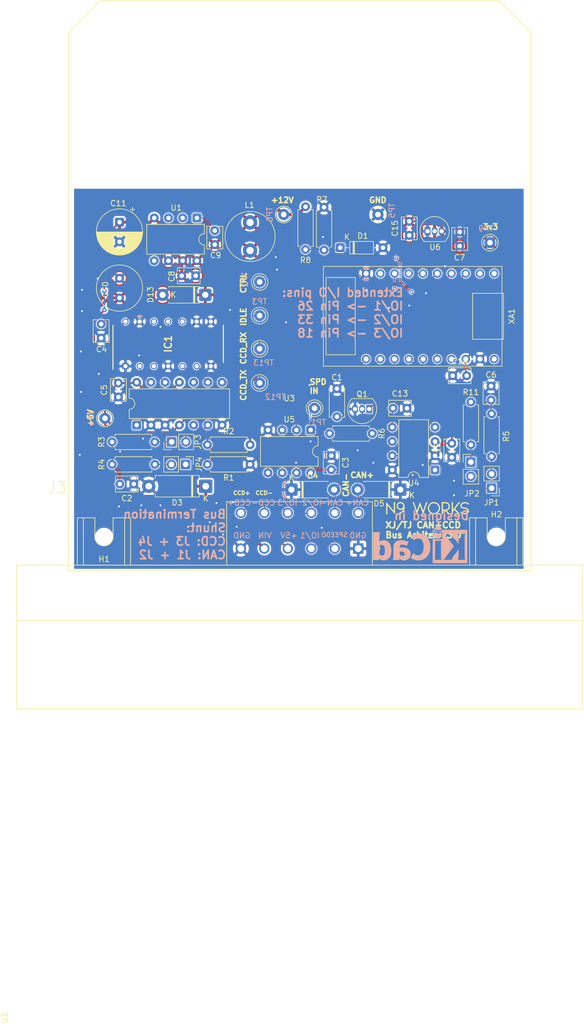
<source format=kicad_pcb>
(kicad_pcb (version 20241229) (generator "pcbnew") (generator_version "9.0")
  (layers (0 "F.Cu" signal) (2 "B.Cu" mixed) (5 "F.SilkS" user "F.Silkscreen") (7 "B.SilkS" user "B.Silkscreen") (1 "F.Mask" user) (3 "B.Mask" user) (25 "Edge.Cuts" user))
  (net 0 "")
  (net 1 "ccd+")
  (net 2 "can-")
  (net 3 "can+")
  (net 4 "12V_MEASURE")
  (net 5 "can_tx")
  (net 6 "can_rx")
  (net 7 "IO{slash}1")
  (net 8 "IO{slash}2")
  (net 9 "IO{slash}3")
  (net 10 "+12V")
  (net 11 "+5V")
  (net 12 "GND")
  (net 13 "+3V3")
  (net 17 "ccd-")
  (net 19 "ctrl")
  (net 20 "ccd_rx")
  (net 21 "idle")
  (net 22 "/Vsw")
  (net 23 "speedo")
  (net 24 "ccd_tx")
  (net 29 "Net-(Q1-B)")
  (net 30 "speedo_in")
  (net 31 "ccd_rx_5v")
  (net 32 "Net-(JP1-B)")
  (net 33 "Net-(JP2-A)")
  (net 34 "Net-(JP3-A)")
  (net 35 "Net-(JP4-B)")
  (net 36 "Net-(C6-Pad2)")
  (net 37 "Net-(C2-Pad2)")
  (net 38 "clk")
  (net 40 "ctrl_5v")
  (net 41 "idle_5v")
  (net 42 "/CB")
  (footprint "TestPoint:TestPoint_Loop_D2.50mm_Drill1.0mm" (layer "F.Cu") (at 174.8 70 180)
    (property "Reference" "TP9")
    (property "Value" "TestPoint")
  )
  (footprint "TestPoint:TestPoint_Loop_D2.50mm_Drill1.0mm" (layer "F.Cu") (at 133.7 83 180)
    (property "Reference" "TP3")
    (property "Value" "TestPoint")
  )
  (footprint "Package_DIP:DIP-14_W7.62mm" (layer "F.Cu") (at 111.76 102.5 90)
    (property "Reference" "U2")
    (property "Value" "CDP68HC68S1")
  )
  (footprint "Buffer:DIP794W53P254L1930H508Q14N" (layer "F.Cu") (at 117.38 88.03 90)
    (property "Reference" "IC1")
    (property "Value" "SN74LV125AN" (hide yes))
  )
  (footprint "Resistor_THT:R_Axial_DIN0207_L6.3mm_D2.5mm_P7.62mm_Horizontal" (layer "F.Cu") (at 175.1 100.48 -90)
    (property "Reference" "R5")
    (property "Value" "60.4ohm")
  )
  (footprint "Inductor_THT:L_Radial_D8.7mm_P5.00mm_Fastron_07HCP" (layer "F.Cu") (at 132 71.4 90)
    (property "Reference" "L1")
    (property "Value" "68uH")
  )
  (footprint "Resistor_THT:R_Axial_DIN0207_L6.3mm_D2.5mm_P7.62mm_Horizontal" (layer "F.Cu") (at 124.38 106)
    (property "Reference" "R2")
    (property "Value" "13kOhm")
  )
  (footprint "Diode_THT:D_DO-15_P10.16mm_Horizontal" (layer "F.Cu") (at 124.08 113.4 180)
    (property "Reference" "D3")
    (property "Value" "SA26CA")
  )
  (footprint "DTM13:TE_DTM13-12PA-R008" (layer "F.Cu") (at 140.825 122.54)
    (property "Reference" "J3")
    (property "Value" "DTM13-12PA-R008")
  )
  (footprint "TestPoint:TestPoint_Loop_D2.50mm_Drill1.0mm" (layer "F.Cu") (at 133.7 88.9)
    (property "Reference" "TP13")
    (property "Value" "TestPoint")
  )
  (footprint "Capacitor_THT:C_Disc_D3.8mm_W2.6mm_P2.50mm" (layer "F.Cu") (at 168.15 93.7)
    (property "Reference" "C14")
    (property "Value" "0.1uF")
  )
  (footprint "Resistor_THT:R_Axial_DIN0207_L6.3mm_D2.5mm_P7.62mm_Horizontal" (layer "F.Cu") (at 171.4 98.39 -90)
    (property "Reference" "R11")
    (property "Value" "60.4ohm")
  )
  (footprint "Connector_PinHeader_2.54mm:PinHeader_1x02_P2.54mm_Vertical" (layer "F.Cu") (at 120.5 109.5 -90)
    (property "Reference" "JP4")
    (property "Value" "Jumper_2_Small_Open")
  )
  (footprint "Package_TO_SOT_THT:TO-92_Inline" (layer "F.Cu") (at 163.66 67.96)
    (property "Reference" "U6")
    (property "Value" "MCP1700-3302E/TO")
  )
  (footprint "Resistor_THT:R_Axial_DIN0207_L6.3mm_D2.5mm_P7.62mm_Horizontal" (layer "F.Cu") (at 145.2 71.32 90)
    (property "Reference" "R7")
    (property "Value" "4.7kOhm")
  )
  (footprint "Diode_THT:D_DO-41_SOD81_P7.62mm_Horizontal" (layer "F.Cu") (at 139.38 114)
    (property "Reference" "D4")
    (property "Value" "D_TVS")
  )
  (footprint "Package_DIP:DIP-8_W7.62mm" (layer "F.Cu") (at 165 110.5 180)
    (property "Reference" "U4")
    (property "Value" "MCP2562-H-P")
  )
  (footprint "Capacitor_THT:C_Disc_D3.8mm_W2.6mm_P2.50mm" (layer "F.Cu") (at 175 95.55 -90)
    (property "Reference" "C6")
    (property "Value" "4.7nF")
  )
  (footprint "Package_DIP:DIP-8_W7.62mm" (layer "F.Cu") (at 142.81 103.38 -90)
    (property "Reference" "U5")
    (property "Value" "SP723APP")
  )
  (footprint "Resistor_THT:R_Axial_DIN0207_L6.3mm_D2.5mm_P7.62mm_Horizontal" (layer "F.Cu") (at 132 109.5 180)
    (property "Reference" "R1")
    (property "Value" "13kOhm")
  )
  (footprint "Capacitor_THT:C_Disc_D3.8mm_W2.6mm_P2.50mm" (layer "F.Cu") (at 169.4 68.1 -90)
    (property "Reference" "C7")
    (property "Value" "1uF")
  )
  (footprint "Resistor_THT:R_Axial_DIN0207_L6.3mm_D2.5mm_P7.62mm_Horizontal" (layer "F.Cu") (at 107.38 109.5)
    (property "Reference" "R4")
    (property "Value" "60.4ohm")
  )
  (footprint "Capacitor_THT:C_Disc_D5.0mm_W2.5mm_P5.00mm" (layer "F.Cu") (at 147.5 96 -90)
    (property "Reference" "C1")
    (property "Value" "100pF")
  )
  (footprint "Capacitor_THT:C_Disc_D3.8mm_W2.6mm_P2.50mm" (layer "F.Cu") (at 146.5 107.95 -90)
    (property "Reference" "C3")
    (property "Value" "0.1uF")
  )
  (footprint "TestPoint:TestPoint_Loop_D2.50mm_Drill1.0mm" (layer "F.Cu") (at 133.7 95)
    (property "Reference" "TP12")
    (property "Value" "TestPoint")
  )
  (footprint "Package_TO_SOT_THT:TO-92_Inline" (layer "F.Cu") (at 153.27 99.64 180)
    (property "Reference" "Q1")
    (property "Value" "NPN")
  )
  (footprint "Diode_THT:D_DO-41_SOD81_P7.62mm_Horizontal" (layer "F.Cu") (at 158.81 114 180)
    (property "Reference" "D5")
    (property "Value" "D_TVS")
  )
  (footprint "TestPoint:TestPoint_Loop_D2.50mm_Drill1.0mm" (layer "F.Cu") (at 133.7 77)
    (property "Reference" "TP2")
    (property "Value" "TestPoint")
  )
  (footprint "Capacitor_THT:C_Radial_D8.0mm_H11.5mm_P3.50mm" (layer "F.Cu") (at 108.7 79.85 90)
    (property "Reference" "C10")
    (property "Value" "100uF")
  )
  (footprint "Connector_PinHeader_2.54mm:PinHeader_1x02_P2.54mm_Vertical" (layer "F.Cu") (at 171.4 109.1)
    (property "Reference" "JP2")
    (property "Value" "Jumper_2_Small_Open")
  )
  (footprint "Capacitor_THT:CP_Radial_D8.0mm_P3.50mm" (layer "F.Cu") (at 108.7 66.347349 -90)
    (property "Reference" "C11")
    (property "Value" "120uF")
  )
  (footprint "Package_DIP:DIP-8_W7.62mm" (layer "F.Cu") (at 122.51 65.595 -90)
    (property "Reference" "U1")
    (property "Value" "LM2675N-5.0/NOPB")
  )
  (footprint "TestPoint:TestPoint_Loop_D2.50mm_Drill1.0mm" (layer "F.Cu") (at 138 64.986394 -90)
    (property "Reference" "TP6")
    (property "Value" "TestPoint")
  )
  (footprint "Capacitor_THT:C_Disc_D3.8mm_W2.6mm_P2.50mm" (layer "F.Cu") (at 160 99.5 180)
    (property "Reference" "C13")
    (property "Value" "0.1uF")
  )
  (footprint "TINYPICO:TINYPICO" (layer "F.Cu") (at 175.814 90.994 90)
    (property "Reference" "XA1")
    (property "Value" "TINYPICO")
  )
  (footprint "enclosure:TE_EEC-325X4A" (layer "F.Cu") (at 140.825 128.43475)
    (property "Reference" "U3")
    (property "Value" "EEC-325X4A")
  )
  (footprint "TestPoint:TestPoint_Loop_D2.50mm_Drill1.0mm" (layer "F.Cu") (at 143.5 99.5)
    (property "Reference" "TP1")
    (property "Value" "TestPoint")
  )
  (footprint "TestPoint:TestPoint_Loop_D2.50mm_Drill1.0mm" (layer "F.Cu") (at 154.813817 64.986394 90)
    (property "Reference" "TP5")
    (property "Value" "TestPoint")
  )
  (footprint "Resistor_THT:R_Axial_DIN0207_L6.3mm_D2.5mm_P7.62mm_Horizontal" (layer "F.Cu") (at 115 105.5 180)
    (property "Reference" "R3")
    (property "Value" "60.4ohm")
  )
  (footprint "Connector_PinHeader_2.54mm:PinHeader_1x02_P2.54mm_Vertical" (layer "F.Cu") (at 118 105.5 90)
    (property "Reference" "JP3")
    (property "Value" "Jumper_2_Small_Open")
  )
  (footprint "Connector_PinHeader_2.54mm:PinHeader_1x02_P2.54mm_Vertical" (layer "F.Cu") (at 175.1 113.74 180)
    (property "Reference" "JP1")
    (property "Value" "Jumper_2_Small_Open")
  )
  (footprint "Resistor_THT:R_Axial_DIN0207_L6.3mm_D2.5mm_P7.62mm_Horizontal" (layer "F.Cu") (at 141.89 71.22 90)
    (property "Reference" "R8")
    (property "Value" "100kOhm")
  )
  (footprint "Capacitor_THT:C_Disc_D3.8mm_W2.6mm_P2.50mm" (layer "F.Cu") (at 160.4 68.7 90)
    (property "Reference" "C15")
    (property "Value" "1uF")
  )
  (footprint "Capacitor_THT:C_Disc_D3.8mm_W2.6mm_P2.50mm" (layer "F.Cu") (at 111.25 113 180)
    (property "Reference" "C2")
    (property "Value" "4.7nF")
  )
  (footprint "MountingHole:MountingHole_3mm" (layer "F.Cu") (at 105.946106 122.417695 180)
    (property "Reference" "H1")
    (property "Value" "MountingHole")
  )
  (footprint "parts:N9Works-Small" (layer "F.Cu") (at 163.574 117.200651)
    (property "Reference" "G***" (hide yes))
    (property "Value" "LOGO" (hide yes))
  )
  (footprint "TestPoint:TestPoint_Loop_D2.50mm_Drill1.0mm" (layer "F.Cu") (at 106.1 101.3 180)
    (property "Reference" "TP4")
    (property "Value" "TestPoint")
  )
  (footprint "Resistor_THT:R_Axial_DIN0207_L6.3mm_D2.5mm_P7.62mm_Horizontal" (layer "F.Cu") (at 146.19 104)
    (property "Reference" "R6")
    (property "Value" "4.7kOhm")
  )
  (footprint "Capacitor_THT:C_Disc_D3.8mm_W2.6mm_P2.50mm" (layer "F.Cu") (at 122.3 75.9 180)
    (property "Reference" "C8")
    (property "Value" "0.1uF")
  )
  (footprint "Capacitor_THT:C_Disc_D3.8mm_W2.6mm_P2.50mm" (layer "F.Cu") (at 105.42 84.5 -90)
    (property "Reference" "C4")
    (property "Value" "0.1uF")
  )
  (footprint "Diode_THT:D_DO-41_SOD81_P7.62mm_Horizontal" (layer "F.Cu") (at 124.01 79.3 180)
    (property "Reference" "D13")
    (property "Value" "550mV")
  )
  (footprint "MountingHole:MountingHole_3mm" (layer "F.Cu") (at 175.972176 122.374974)
    (property "Reference" "H2")
    (property "Value" "MountingHole")
  )
  (footprint "Diode_THT:D_DO-35_SOD27_P7.62mm_Horizontal" (layer "F.Cu") (at 148.09 70.9)
    (property "Reference" "D1")
    (property "Value" "3.3v")
  )
  (footprint "Capacitor_THT:C_Disc_D3.8mm_W2.6mm_P2.50mm" (layer "F.Cu") (at 168 108.25 90)
    (property "Reference" "C12")
    (property "Value" "0.1uF")
  )
  (footprint "Capacitor_THT:C_Disc_D3.8mm_W2.6mm_P2.50mm" (layer "F.Cu") (at 108.5 97.5 90)
    (property "Reference" "C5")
    (property "Value" "0.1uF")
  )
  (footprint "Capacitor_THT:C_Disc_D3.8mm_W2.6mm_P2.50mm" (layer "F.Cu") (at 125.7 67.85 -90)
    (property "Reference" "C9")
    (property "Value" "0.01uF")
  )
  (gr_poly (pts (xy 165.513839 120.539967) (xy 165.481617 120.54241) (xy 165.449864 120.546433) (xy 165.418619 120.551996) (xy 165.387923 120.55906) (xy 165.357814 120.567585) (xy 165.328334 120.577531) (xy 165.299521 120.588858) (xy 165.271416 120.601526) (xy 165.244059 120.615497) (xy 165.217489 120.630729) (xy 165.191746 120.647184) (xy 165.16687 120.664821) (xy 165.142902 120.683601) (xy 165.11988 120.703484) (xy 165.097845 120.724431) (xy 165.076836 120.746401) (xy 165.056894 120.769355) (xy 165.038059 120.793253) (xy 165.020369 120.818055) (xy 165.003866 120.843722) (xy 164.988588 120.870213) (xy 164.974577 120.89749) (xy 164.961871 120.925512) (xy 164.95051 120.95424) (xy 164.940535 120.983633) (xy 164.931985 121.013653) (xy 164.924901 121.044259) (xy 164.919321 121.075411) (xy 164.915286 121.107071) (xy 164.912836 121.139197) (xy 164.912049 121.17022) (xy 166.180928 121.17022) (xy 166.180142 121.139197) (xy 166.177691 121.107071) (xy 166.173657 121.075411) (xy 166.168077 121.044259) (xy 166.160992 121.013653) (xy 166.152442 120.983633) (xy 166.142467 120.95424) (xy 166.131107 120.925512) (xy 166.118401 120.89749) (xy 166.104389 120.870213) (xy 166.089111 120.843722) (xy 166.072608 120.818055) (xy 166.054919 120.793253) (xy 166.036083 120.769355) (xy 166.016141 120.746401) (xy 165.995133 120.724431) (xy 165.973098 120.703484) (xy 165.950076 120.683601) (xy 165.926107 120.664821) (xy 165.901231 120.647184) (xy 165.875489 120.630729) (xy 165.848919 120.615497) (xy 165.821561 120.601526) (xy 165.793456 120.588858) (xy 165.764644 120.577531) (xy 165.735163 120.567585) (xy 165.705055 120.55906) (xy 165.674358 120.551996) (xy 165.643113 120.546433) (xy 165.61136 120.54241) (xy 165.579139 120.539967) (xy 165.546489 120.539144)) (stroke (width 0.04)) (fill yes) (layer "B.SilkS"))
  (gr_poly (pts (xy 161.977244 121.797957) (xy 161.908678 121.801688) (xy 161.839917 121.807906) (xy 161.770961 121.816611) (xy 161.701809 121.827804) (xy 161.632463 121.841483) (xy 161.562921 121.85765) (xy 161.493184 121.876303) (xy 161.423252 121.897444) (xy 161.353125 121.921071) (xy 161.282803 121.947186) (xy 161.212286 121.975788) (xy 161.141574 122.006877) (xy 161.070666 122.040452) (xy 160.999563 122.076515) (xy 160.928266 122.115065) (xy 160.892472 122.134232) (xy 160.858433 122.151155) (xy 160.82615 122.165834) (xy 160.810667 122.172333) (xy 160.795622 122.17827) (xy 160.781016 122.183647) (xy 160.76685 122.188463) (xy 160.753121 122.192717) (xy 160.739832 122.196411) (xy 160.726982 122.199544) (xy 160.71457 122.202116) (xy 160.702597 122.204127) (xy 160.691063 122.205577) (xy 161.249738 123.017058) (xy 161.28479 122.974729) (xy 161.32128 122.93513) (xy 161.359209 122.898263) (xy 161.398576 122.864126) (xy 161.439382 122.832721) (xy 161.481627 122.804046) (xy 161.52531 122.778102) (xy 161.570432 122.754889) (xy 161.616992 122.734407) (xy 161.664991 122.716655) (xy 161.714428 122.701635) (xy 161.765304 122.689345) (xy 161.817619 122.679787) (xy 161.871372 122.672959) (xy 161.926563 122.668862) (xy 161.983193 122.667496) (xy 162.027572 122.668362) (xy 162.070974 122.670959) (xy 162.113402 122.675287) (xy 162.154854 122.681347) (xy 162.195331 122.689138) (xy 162.234832 122.69866) (xy 162.273358 122.709913) (xy 162.310909 122.722897) (xy 162.347484 122.737613) (xy 162.383084 122.75406) (xy 162.417709 122.772238) (xy 162.451358 122.792147) (xy 162.484032 122.813787) (xy 162.515731 122.837159) (xy 162.546454 122.862262) (xy 162.576202 122.889096) (xy 162.604974 122.917661) (xy 162.632771 122.947958) (xy 162.659593 122.979985) (xy 162.68544 123.013744) (xy 162.710311 123.049234) (xy 162.734207 123.086456) (xy 162.757127 123.125408) (xy 162.779072 123.166092) (xy 162.800042 123.208507) (xy 162.820036 123.252653) (xy 162.857099 123.346139) (xy 162.89026 123.44655) (xy 162.91952 123.553886) (xy 162.936345 123.627378) (xy 162.950927 123.702723) (xy 162.963265 123.779922) (xy 162.97336 123.858973) (xy 162.981211 123.939878) (xy 162.986819 124.022635) (xy 162.990184 124.107245) (xy 162.991305 124.193708) (xy 162.989342 124.315308) (xy 162.983454 124.431983) (xy 162.97364 124.543733) (xy 162.9599 124.650557) (xy 162.942234 124.752456) (xy 162.920643 124.849429) (xy 162.895126 124.941477) (xy 162.865683 125.028599) (xy 162.832314 125.110796) (xy 162.795019 125.188067) (xy 162.753799 125.260413) (xy 162.708653 125.327833) (xy 162.659581 125.390328) (xy 162.606583 125.447897) (xy 162.549659 125.500541) (xy 162.48881 125.54826) (xy 162.459428 125.568669) (xy 162.429803 125.587762) (xy 162.399933 125.605538) (xy 162.36982 125.621997) (xy 162.339462 125.637139) (xy 162.308861 125.650964) (xy 162.278016 125.663473) (xy 162.246927 125.674665) (xy 162.215594 125.68454) (xy 162.184018 125.693099) (xy 162.152197 125.700341) (xy 162.120133 125.706266) (xy 162.087824 125.710874) (xy 162.055272 125.714166) (xy 162.022476 125.716141) (xy 161.989436 125.716799) (xy 161.93055 125.715215) (xy 161.872493 125.71046) (xy 161.815266 125.702535) (xy 161.758867 125.691441) (xy 161.703297 125.677176) (xy 161.648557 125.659742) (xy 161.594645 125.639138) (xy 161.541562 125.615364) (xy 161.489308 125.588421) (xy 161.437883 125.558307) (xy 161.387287 125.525024) (xy 161.33752 125.48857) (xy 161.288582 125.448947) (xy 161.240473 125.406154) (xy 161.193193 125.360191) (xy 161.146742 125.311059) (xy 160.628641 126.159996) (xy 160.63122 126.159575) (xy 160.634274 126.159484) (xy 160.637804 126.159721) (xy 160.641809 126.160288) (xy 160.651246 126.16241) (xy 160.662585 126.165848) (xy 160.675825 126.170602) (xy 160.690968 126.176674) (xy 160.708012 126.184062) (xy 160.726958 126.192767) (xy 160.747806 126.202789) (xy 160.770555 126.214127) (xy 160.795207 126.226783) (xy 160.82176 126.240754) (xy 160.880572 126.272648) (xy 160.946992 126.309809) (xy 160.94699 126.309803) (xy 161.009486 126.343818) (xy 161.072908 126.375638) (xy 161.137256 126.405264) (xy 161.202531 126.432695) (xy 161.268733 126.457932) (xy 161.335861 126.480975) (xy 161.403915 126.501822) (xy 161.472896 126.520476) (xy 161.542804 126.536934) (xy 161.613638 126.551199) (xy 161.685398 126.563268) (xy 161.758085 126.573143) (xy 161.831699 126.580824) (xy 161.906239 126.58631) (xy 161.981705 126.589602) (xy 162.058098 126.590699) (xy 162.178663 126.587871) (xy 162.296131 126.579385) (xy 162.410502 126.565243) (xy 162.521776 126.545444) (xy 162.629954 126.519987) (xy 162.735034 126.488874) (xy 162.837019 126.452104) (xy 162.935906 126.409676) (xy 163.031696 126.361592) (xy 163.12439 126.307851) (xy 163.213987 126.248453) (xy 163.300488 126.183398) (xy 163.383891 126.112687) (xy 163.464198 126.036318) (xy 163.541408 125.954292) (xy 163.615521 125.866609) (xy 163.680906 125.781438) (xy 163.742072 125.693682) (xy 163.79902 125.603341) (xy 163.851749 125.510416) (xy 163.90026 125.414906) (xy 163.944553 125.316811) (xy 163.984628 125.216132) (xy 164.020483 125.112868) (xy 164.052121 125.007019) (xy 164.07954 124.898586) (xy 164.102741 124.787568) (xy 164.121724 124.673965) (xy 164.136488 124.557778) (xy 164.147033 124.439006) (xy 164.153361 124.317649) (xy 164.15547 124.193708) (xy 164.152885 124.055063) (xy 164.145132 123.920028) (xy 164.132208 123.788601) (xy 164.114116 123.660783) (xy 164.090854 123.536574) (xy 164.062423 123.415973) (xy 164.028823 123.298981) (xy 163.990053 123.185598) (xy 163.946114 123.075823) (xy 163.897005 122.969658) (xy 163.842727 122.8671) (xy 163.78328 122.768152) (xy 163.718664 122.672812) (xy 163.648878 122.581081) (xy 163.573923 122.492959) (xy 163.493799 122.408445) (xy 163.416455 122.334369) (xy 163.337355 122.265072) (xy 163.2565 122.200554) (xy 163.173889 122.140815) (xy 163.089522 122.085854) (xy 163.0034 122.035673) (xy 162.915522 121.990272) (xy 162.825888 121.949649) (xy 162.734499 121.913805) (xy 162.641354 121.88274) (xy 162.546453 121.856454) (xy 162.449797 121.834948) (xy 162.351385 121.81822) (xy 162.251217 121.806272) (xy 162.149294 121.799103) (xy 162.045615 121.796713)) (stroke (width 0.04)) (fill yes) (layer "B.SilkS"))
  (gr_poly (pts (xy 153.976974 125.966484) (xy 153.976414 126.014348) (xy 153.974732 126.060409) (xy 153.971928 126.104665) (xy 153.968003 126.147117) (xy 153.962955 126.187764) (xy 153.956787 126.226607) (xy 153.949496 126.263645) (xy 153.941084 126.29888) (xy 153.93155 126.332309) (xy 153.920894 126.363935) (xy 153.909117 126.393756) (xy 153.896218 126.421773) (xy 153.882197 126.447986) (xy 153.867054 126.472394) (xy 153.85079 126.494998) (xy 153.833404 126.515798) (xy 155.000691 126.515798) (xy 155.000691 126.250504) (xy 155.043947 126.290944) (xy 155.088667 126.328775) (xy 155.134849 126.363997) (xy 155.182495 126.39661) (xy 155.231603 126.426615) (xy 155.282175 126.45401) (xy 155.334209 126.478796) (xy 155.387707 126.500973) (xy 155.442667 126.520541) (xy 155.499091 126.537499) (xy 155.556977 126.551849) (xy 155.616327 126.56359) (xy 155.677139 126.572722) (xy 155.739415 126.579245) (xy 155.803153 126.583158) (xy 155.868354 126.584463) (xy 155.923681 126.583414) (xy 155.97808 126.580269) (xy 156.031553 126.575026) (xy 156.0841 126.567687) (xy 156.13572 126.55825) (xy 156.186413 126.546717) (xy 156.236179 126.533086) (xy 156.285019 126.517359) (xy 156.332933 126.499534) (xy 156.379919 126.479613) (xy 156.42598 126.457594) (xy 156.471113 126.433479) (xy 156.51532 126.407266) (xy 156.558601 126.378956) (xy 156.600955 126.34855) (xy 156.642382 126.316046) (xy 156.68036 126.283725) (xy 156.717045 126.249966) (xy 156.752438 126.214769) (xy 156.786538 126.178132) (xy 156.819346 126.140058) (xy 156.850862 126.100544) (xy 156.881086 126.059592) (xy 156.910017 126.017202) (xy 156.937655 125.973372) (xy 156.964002 125.928104) (xy 156.989056 125.881398) (xy 157.012817 125.833253) (xy 157.035287 125.783669) (xy 157.056464 125.732646) (xy 157.076349 125.680185) (xy 157.094941 125.626285) (xy 157.107035 125.587784) (xy 157.118349 125.548746) (xy 157.128883 125.509172) (xy 157.138636 125.469061) (xy 157.147609 125.428414) (xy 157.155802 125.38723) (xy 157.169847 125.303253) (xy 157.18077 125.21713) (xy 157.188573 125.128862) (xy 157.193254 125.038447) (xy 157.194814 124.945887) (xy 157.193952 124.892828) (xy 156.071224 124.892828) (xy 156.069262 124.997141) (xy 156.063373 125.094724) (xy 156.053559 125.185577) (xy 156.039819 125.2697) (xy 156.022153 125.347093) (xy 156.000562 125.417756) (xy 155.975045 125.48169) (xy 155.945601 125.538894) (xy 155.929408 125.564972) (xy 155.912233 125.589367) (xy 155.894076 125.612081) (xy 155.874938 125.633111) (xy 155.854818 125.65246) (xy 155.833717 125.670126) (xy 155.811635 125.686109) (xy 155.788571 125.70041) (xy 155.764526 125.713028) (xy 155.739499 125.723964) (xy 155.713491 125.733218) (xy 155.686501 125.740789) (xy 155.65853 125.746678) (xy 155.629577 125.750884) (xy 155.599644 125.753408) (xy 155.568728 125.754249) (xy 155.53603 125.753481) (xy 155.503479 125.751176) (xy 155.471073 125.747336) (xy 155.438814 125.74196) (xy 155.406701 125.735047) (xy 155.374735 125.726598) (xy 155.342914 125.716613) (xy 155.31124 125.705092) (xy 155.279713 125.692035) (xy 155.248331 125.677441) (xy 155.217096 125.661311) (xy 155.186007 125.643645) (xy 155.155064 125.624443) (xy 155.124267 125.603705) (xy 155.093617 125.581431) (xy 155.063113 125.55762) (xy 155.063114 125.55762) (xy 155.063114 124.000196) (xy 155.089046 123.979031) (xy 155.115344 123.959232) (xy 155.142008 123.940799) (xy 155.169037 123.92373) (xy 155.196432 123.908028) (xy 155.224192 123.89369) (xy 155.252319 123.880718) (xy 155.280811 123.869112) (xy 155.309668 123.858871) (xy 155.338892 123.849995) (xy 155.368481 123.842485) (xy 155.398436 123.83634) (xy 155.428757 123.831561) (xy 155.459443 123.828147) (xy 155.490495 123.826099) (xy 155.521913 123.825416) (xy 155.555708 123.826459) (xy 155.588431 123.829586) (xy 155.620081 123.834798) (xy 155.650658 123.842095) (xy 155.680163 123.851477) (xy 155.708594 123.862944) (xy 155.735952 123.876495) (xy 155.762238 123.892131) (xy 155.787451 123.909852) (xy 155.81159 123.929657) (xy 155.834657 123.951548) (xy 155.856651 123.975523) (xy 155.877572 124.001583) (xy 155.89742 124.029727) (xy 155.916196 124.059957) (xy 155.933898 124.092271) (xy 155.950528 124.12667) (xy 155.966084 124.163154) (xy 155.980568 124.201722) (xy 155.993979 124.242375) (xy 156.006317 124.285113) (xy 156.017582 124.329936) (xy 156.027774 124.376844) (xy 156.036893 124.425836) (xy 156.04494 124.476914) (xy 156.051913 124.530076) (xy 156.057814 124.585322) (xy 156.062642 124.642654) (xy 156.066397 124.70207) (xy 156.069079 124.763572) (xy 156.070688 124.827158) (xy 156.071224 124.892828) (xy 157.193952 124.892828) (xy 157.19234 124.793686) (xy 157.184915 124.647629) (xy 157.17254 124.507716) (xy 157.155216 124.373949) (xy 157.132941 124.246325) (xy 157.105717 124.124847) (xy 157.073543 124.009513) (xy 157.036419 123.900324) (xy 156.994345 123.797279) (xy 156.947322 123.700379) (xy 156.895348 123.609624) (xy 156.838425 123.525013) (xy 156.776552 123.446547) (xy 156.709729 123.374225) (xy 156.637956 123.308048) (xy 156.561233 123.248016) (xy 156.523427 123.221938) (xy 156.484913 123.197543) (xy 156.445692 123.17483) (xy 156.405764 123.1538) (xy 156.365129 123.134452) (xy 156.323787 123.116786) (xy 156.281738 123.100803) (xy 156.238981 123.086502) (xy 156.195518 123.073884) (xy 156.151347 123.062948) (xy 156.106469 123.053694) (xy 156.060884 123.046123) (xy 156.014591 123.040234) (xy 155.967592 123.036027) (xy 155.919885 123.033503) (xy 155.871472 123.032661) (xy 155.807965 123.033747) (xy 155.74619 123.037002) (xy 155.686146 123.042428) (xy 155.627833 123.050024) (xy 155.571251 123.05979) (xy 155.516401 123.071725) (xy 155.463281 123.085831) (xy 155.411893 123.102107) (xy 155.362236 123.120553) (xy 155.314311 123.141169) (xy 155.268116 123.163956) (xy 155.223652 123.188912) (xy 155.18092 123.216038) (xy 155.139919 123.245335) (xy 155.100649 123.276801) (xy 155.06311 123.310438) (xy 155.06311 122.127545) (xy 155.063892 122.025137) (xy 155.064868 121.981394) (xy 155.066234 121.942625) (xy 155.067989 121.908829) (xy 155.070135 121.880007) (xy 155.07267 121.856159) (xy 155.075595 121.837285) (xy 155.079021 121.820205) (xy 155.083057 121.803296) (xy 155.087702 121.786557) (xy 155.092957 121.769989) (xy 155.098822 121.753592) (xy 155.105296 121.737365) (xy 155.11238 121.721308) (xy 155.120073 121.705423) (xy 155.128376 121.689708) (xy 155.137288 121.674163) (xy 155.14681 121.658789) (xy 155.156941 121.643586) (xy 155.167682 121.628553) (xy 155.179032 121.61369) (xy 155.190992 121.598999) (xy 155.203561 121.584478) (xy 155.203561 121.584474) (xy 153.976974 121.584474)) (stroke (width 0.04)) (fill yes) (layer "B.SilkS"))
  (gr_poly (pts (xy 164.95051 121.389261) (xy 164.940535 121.359868) (xy 164.931985 121.329849) (xy 164.924901 121.299243) (xy 164.919321 121.26809) (xy 164.915286 121.236431) (xy 164.912836 121.204305) (xy 164.91201 121.171751) (xy 164.912049 121.17022) (xy 164.652596 121.17022) (xy 164.650069 121.170286) (xy 164.647575 121.170483) (xy 164.645119 121.170808) (xy 164.642702 121.171257) (xy 164.640329 121.171827) (xy 164.638002 121.172515) (xy 164.635724 121.173319) (xy 164.633498 121.174233) (xy 164.631327 121.175257) (xy 164.629215 121.176385) (xy 164.627164 121.177616) (xy 164.625178 121.178946) (xy 164.623258 121.180371) (xy 164.621409 121.18189) (xy 164.619634 121.183497) (xy 164.617935 121.185192) (xy 164.616315 121.186969) (xy 164.614778 121.188826) (xy 164.613327 121.19076) (xy 164.611964 121.192768) (xy 164.610693 121.194846) (xy 164.609516 121.196991) (xy 164.608437 121.199201) (xy 164.607459 121.201472) (xy 164.606584 121.2038) (xy 164.605816 121.206183) (xy 164.605159 121.208617) (xy 164.604613 121.2111) (xy 164.604184 121.213628) (xy 164.603874 121.216198) (xy 164.603685 121.218806) (xy 164.603622 121.221451) (xy 164.603622 127.031464) (xy 164.603685 127.034108) (xy 164.603874 127.036717) (xy 164.604184 127.039286) (xy 164.604613 127.041814) (xy 164.605158 127.044297) (xy 164.605816 127.046732) (xy 164.606584 127.049115) (xy 164.607459 127.051443) (xy 164.608437 127.053714) (xy 164.609516 127.055924) (xy 164.610692 127.058069) (xy 164.611964 127.060148) (xy 164.613327 127.062155) (xy 164.614778 127.06409) (xy 164.616315 127.065947) (xy 164.617935 127.067724) (xy 164.619634 127.069419) (xy 164.621409 127.071027) (xy 164.623258 127.072545) (xy 164.625177 127.073971) (xy 164.627164 127.075301) (xy 164.629215 127.076532) (xy 164.631327 127.07766) (xy 164.633498 127.078684) (xy 164.635724 127.079599) (xy 164.638002 127.080402) (xy 164.640329 127.08109) (xy 164.642702 127.08166) (xy 164.645119 127.082109) (xy 164.647575 127.082434) (xy 164.650069 127.082631) (xy 164.652596 127.082698) (xy 170.705838 127.082698) (xy 170.708366 127.082631) (xy 170.710859 127.082434) (xy 170.713316 127.082109) (xy 170.715732 127.08166) (xy 170.718105 127.08109) (xy 170.720433 127.080402) (xy 170.722711 127.079599) (xy 170.724936 127.078684) (xy 170.727107 127.07766) (xy 170.729219 127.076532) (xy 170.73127 127.075301) (xy 170.733257 127.073971) (xy 170.735176 127.072545) (xy 170.737025 127.071027) (xy 170.738801 127.069419) (xy 170.7405 127.067724) (xy 170.742119 127.065947) (xy 170.743656 127.06409) (xy 170.745108 127.062155) (xy 170.746471 127.060148) (xy 170.747742 127.058069) (xy 170.748918 127.055924) (xy 170.749997 127.053714) (xy 170.750976 127.051443) (xy 170.75185 127.049115) (xy 170.752618 127.046732) (xy 170.753276 127.044297) (xy 170.753821 127.041814) (xy 170.75425 127.039286) (xy 170.754561 127.036717) (xy 170.754749 127.034108) (xy 170.754813 127.031464) (xy 170.754813 126.515795) (xy 170.485037 126.515795) (xy 169.018125 126.515795) (xy 169.03929 126.492935) (xy 169.05909 126.468052) (xy 169.077524 126.441144) (xy 169.094593 126.412213) (xy 169.110296 126.381258) (xy 169.124634 126.34828) (xy 169.137606 126.313277) (xy 169.149212 126.276251) (xy 169.159453 126.2372) (xy 169.168329 126.196126) (xy 169.175839 126.153028) (xy 169.181983 126.107907) (xy 169.186762 126.060761) (xy 169.190176 126.011592) (xy 169.192224 125.960399) (xy 169.192906 125.907182) (xy 169.192906 124.661867) (xy 168.290912 125.891576) (xy 168.262188 125.931553) (xy 168.235318 125.970335) (xy 168.210301 126.007923) (xy 168.187137 126.044315) (xy 168.165826 126.079513) (xy 168.146368 126.113516) (xy 168.128763 126.146324) (xy 168.113012 126.177937) (xy 168.099113 126.208355) (xy 168.087068 126.237579) (xy 168.076875 126.265607) (xy 168.068536 126.292441) (xy 168.062049 126.31808) (xy 168.057416 126.342524) (xy 168.054636 126.365773) (xy 168.053709 126.387828) (xy 168.054002 126.402116) (xy 168.054881 126.416892) (xy 168.056344 126.432157) (xy 168.058393 126.447909) (xy 168.061026 126.464148) (xy 168.064244 126.480876) (xy 168.068047 126.498091) (xy 168.072436 126.515795) (xy 166.468196 126.515795) (xy 166.230994 126.515795) (xy 164.857715 126.515795) (xy 164.870663 126.501262) (xy 164.882977 126.486534) (xy 164.894656 126.471611) (xy 164.905702 126.456493) (xy 164.916114 126.441181) (xy 164.925892 126.425673) (xy 164.935036 126.40997) (xy 164.943546 126.394072) (xy 164.951422 126.377978) (xy 164.958663 126.36169) (xy 164.965271 126.345207) (xy 164.971245 126.328529) (xy 164.976585 126.311655) (xy 164.981291 126.294586) (xy 164.985362 126.277323) (xy 164.9888 126.259864) (xy 164.991727 126.240259) (xy 164.994264 126.215778) (xy 164.99641 126.186421) (xy 164.998165 126.152186) (xy 164.999531 126.113075) (xy 165.000506 126.069087) (xy 165.001285 125.966481) (xy 165.001285 123.101323) (xy 165.001286 123.10132) (xy 166.227873 123.10132) (xy 166.215304 123.115841) (xy 166.203344 123.130533) (xy 166.191993 123.145395) (xy 166.181252 123.160428) (xy 166.171121 123.175631) (xy 166.161599 123.191005) (xy 166.152687 123.20655) (xy 166.144385 123.222265) (xy 166.136692 123.23815) (xy 166.129608 123.254207) (xy 166.123134 123.270434) (xy 166.11727 123.286831) (xy 166.112015 123.303399) (xy 166.10737 123.320138) (xy 166.103335 123.337047) (xy 166.099909 123.354127) (xy 166.096984 123.373001) (xy 166.094449 123.396849) (xy 166.092303 123.425671) (xy 166.090547 123.459467) (xy 166.089182 123.498237) (xy 166.088206 123.541981) (xy 166.087425 123.64439) (xy 166.087425 125.966481) (xy 166.08762 126.020222) (xy 166.088205 126.069087) (xy 166.089181 126.113075) (xy 166.090546 126.152186) (xy 166.092302 126.186421) (xy 166.094447 126.215778) (xy 166.096983 126.240259) (xy 166.099909 126.259864) (xy 166.103347 126.277322) (xy 166.107419 126.294585) (xy 166.112125 126.311654) (xy 166.117465 126.328527) (xy 166.123439 126.345205) (xy 166.130047 126.361689) (xy 166.137289 126.377977) (xy 166.145165 126.39407) (xy 166.153674 126.409969) (xy 166.162818 126.425672) (xy 166.172596 126.44118) (xy 166.183008 126.456493) (xy 166.194053 126.471611) (xy 166.205733 126.486534) (xy 166.218047 126.501262) (xy 166.230994 126.515795) (xy 166.468196 126.515795) (xy 166.492435 126.49663) (xy 166.51521 126.478148) (xy 166.536522 126.460348) (xy 166.55637 126.443231) (xy 166.574755 126.426796) (xy 166.591677 126.411044) (xy 166.607135 126.395975) (xy 166.621129 126.381588) (xy 166.669215 126.327651) (xy 166.715154 126.275081) (xy 166.758947 126.223875) (xy 166.800595 126.174035) (xy 166.840096 126.125561) (xy 166.877451 126.078452) (xy 166.91266 126.032708) (xy 166.945723 125.98833) (xy 168.347091 124.059497) (xy 167.173562 122.598828) (xy 167.08988 122.49525) (xy 167.019851 122.409226) (xy 166.963476 122.340757) (xy 166.920754 122.289841) (xy 166.887557 122.250524) (xy 166.855066 122.212938) (xy 166.823283 122.177083) (xy 166.792207 122.142958) (xy 166.761837 122.110565) (xy 166.732175 122.079903) (xy 166.70322 122.050973) (xy 166.674972 122.023773) (xy 166.64743 121.998304) (xy 166.620596 121.974567) (xy 166.594469 121.95256) (xy 166.569049 121.932285) (xy 166.544336 121.91374) (xy 166.52033 121.896927) (xy 166.497031 121.881845) (xy 166.474439 121.868494) (xy 168.038104 121.868494) (xy 168.036215 121.873274) (xy 168.034448 121.878249) (xy 168.032802 121.883419) (xy 168.031279 121.888784) (xy 168.029877 121.894344) (xy 168.028597 121.900098) (xy 168.027439 121.906048) (xy 168.026403 121.912193) (xy 168.024696 121.925067) (xy 168.023476 121.938721) (xy 168.022743 121.953155) (xy 168.022498 121.968369) (xy 168.023572 121.99051) (xy 168.026791 122.014016) (xy 168.032156 122.038888) (xy 168.039666 122.065125) (xy 168.049322 122.092728) (xy 168.061124 122.121696) (xy 168.075071 122.152029) (xy 168.091165 122.183728) (xy 168.109403 122.216792) (xy 168.129788 122.251222) (xy 168.152318 122.287016) (xy 168.176994 122.324177) (xy 168.203815 122.362702) (xy 168.232783 122.402593) (xy 168.263895 122.443849) (xy 168.297154 122.48647) (xy 169.192906 123.619424) (xy 169.192906 122.473984) (xy 169.192224 122.421145) (xy 169.190176 122.370306) (xy 169.186762 122.321466) (xy 169.181983 122.274626) (xy 169.175839 122.229785) (xy 169.168329 122.186943) (xy 169.159453 122.146101) (xy 169.149212 122.107258) (xy 169.137606 122.070414) (xy 169.124634 122.03557) (xy 169.110296 122.002725) (xy 169.094593 121.971879) (xy 169.077524 121.943033) (xy 169.05909 121.916187) (xy 169.03929 121.891339) (xy 169.018125 121.868491) (xy 170.485037 121.868491) (xy 170.470163 121.883841) (xy 170.455972 121.899459) (xy 170.442464 121.915346) (xy 170.429638 121.9315) (xy 170.417495 121.947923) (xy 170.406035 121.964614) (xy 170.395257 121.981573) (xy 170.385163 121.9988) (xy 170.375751 122.016295) (xy 170.367021 122.034058) (xy 170.358975 122.05209) (xy 170.351611 122.070389) (xy 170.34493 122.088957) (xy 170.338931 122.107793) (xy 170.333616 122.126896) (xy 170.328983 122.146268) (xy 170.324594 122.170507) (xy 170.32079 122.199524) (xy 170.317572 122.233321) (xy 170.314938 122.271896) (xy 170.31289 122.315249) (xy 170.311427 122.363382) (xy 170.310549 122.416293) (xy 170.310256 122.473984) (xy 170.310256 125.910302) (xy 170.310549 125.967993) (xy 170.311427 126.020906) (xy 170.31289 126.069039) (xy 170.314938 126.112394) (xy 170.317572 126.150969) (xy 170.32079 126.184764) (xy 170.324594 126.213781) (xy 170.326715 126.226497) (xy 170.328983 126.238018) (xy 170.333616 126.25739) (xy 170.338931 126.276494) (xy 170.34493 126.29533) (xy 170.351611 126.313898) (xy 170.358975 126.332198) (xy 170.367021 126.35023) (xy 170.375751 126.367993) (xy 170.385163 126.385488) (xy 170.395257 126.402716) (xy 170.406035 126.419674) (xy 170.417495 126.436365) (xy 170.429638 126.452787) (xy 170.442464 126.468942) (xy 170.455972 126.484828) (xy 170.470163 126.500445) (xy 170.485037 126.515795) (xy 170.754813 126.515795) (xy 170.754813 121.221451) (xy 170.754749 121.218806) (xy 170.754561 121.216198) (xy 170.75425 121.213628) (xy 170.753821 121.2111) (xy 170.753276 121.208617) (xy 170.752618 121.206183) (xy 170.75185 121.2038) (xy 170.750976 121.201472) (xy 170.749997 121.199201) (xy 170.748918 121.196991) (xy 170.747742 121.194846) (xy 170.746471 121.192768) (xy 170.745108 121.19076) (xy 170.743656 121.188826) (xy 170.742119 121.186969) (xy 170.7405 121.185192) (xy 170.738801 121.183497) (xy 170.737025 121.18189) (xy 170.735176 121.180371) (xy 170.733257 121.178946) (xy 170.73127 121.177616) (xy 170.729219 121.176385) (xy 170.727107 121.175257) (xy 170.724937 121.174233) (xy 170.722711 121.173319) (xy 170.720433 121.172515) (xy 170.718106 121.171827) (xy 170.715732 121.171257) (xy 170.713316 121.170808) (xy 170.710859 121.170483) (xy 170.708366 121.170286) (xy 170.705838 121.17022) (xy 166.180928 121.17022) (xy 166.180967 121.171751) (xy 166.180142 121.204305) (xy 166.177691 121.236431) (xy 166.173657 121.26809) (xy 166.168077 121.299243) (xy 166.160992 121.329849) (xy 166.152442 121.359868) (xy 166.142467 121.389261) (xy 166.131245 121.41764) (xy 166.281402 121.41764) (xy 166.281402 122.848021) (xy 164.783058 122.848021) (xy 164.783058 121.41764) (xy 164.961733 121.41764)) (stroke (width 0.04)) (fill yes) (layer "B.SilkS"))
  (gr_poly (pts (xy 158.85221 123.035149) (xy 158.736071 123.042611) (xy 158.625736 123.055047) (xy 158.521205 123.072457) (xy 158.422476 123.094841) (xy 158.329551 123.1222) (xy 158.242429 123.154532) (xy 158.16111 123.191839) (xy 158.085594 123.23412) (xy 158.015881 123.281375) (xy 157.951972 123.333605) (xy 157.893866 123.390808) (xy 157.841563 123.452986) (xy 157.795063 123.520137) (xy 157.754366 123.592263) (xy 157.719473 123.669363) (xy 157.704355 123.70895) (xy 157.690214 123.749683) (xy 157.677047 123.791562) (xy 157.664855 123.834587) (xy 157.653639 123.878758) (xy 157.643398 123.924075) (xy 157.634133 123.970538) (xy 157.625842 124.018147) (xy 157.618527 124.066902) (xy 157.612188 124.116803) (xy 157.606823 124.167849) (xy 157.602434 124.220042) (xy 157.599019 124.273381) (xy 157.59658 124.327865) (xy 157.595117 124.383496) (xy 157.594628 124.440272) (xy 157.594628 125.966484) (xy 157.59385 126.06909) (xy 157.592875 126.113078) (xy 157.59151 126.15219) (xy 157.589754 126.186424) (xy 157.587607 126.215782) (xy 157.58507 126.240263) (xy 157.582144 126.259867) (xy 157.578706 126.277326) (xy 157.574635 126.29459) (xy 157.569929 126.311658) (xy 157.564589 126.328532) (xy 157.558616 126.34521) (xy 157.552008 126.361693) (xy 157.544766 126.377982) (xy 157.536891 126.394075) (xy 157.528381 126.409973) (xy 157.519237 126.425676) (xy 157.509459 126.441184) (xy 157.499047 126.456497) (xy 157.488 126.471614) (xy 157.47632 126.486537) (xy 157.464005 126.501265) (xy 157.451057 126.515798) (xy 158.615225 126.515798) (xy 158.615225 126.250504) (xy 158.656128 126.290213) (xy 158.698471 126.32741) (xy 158.742251 126.362096) (xy 158.787471 126.39427) (xy 158.834129 126.423932) (xy 158.882226 126.451083) (xy 158.931761 126.475722) (xy 158.982735 126.49785) (xy 159.035147 126.517467) (xy 159.088998 126.534572) (xy 159.144288 126.549165) (xy 159.201016 126.561247) (xy 159.259183 126.570818) (xy 159.318788 126.577878) (xy 159.379832 126.582426) (xy 159.442314 126.584463) (xy 159.486924 126.584204) (xy 159.531022 126.582653) (xy 159.574607 126.579811) (xy 159.617681 126.575677) (xy 159.660243 126.570252) (xy 159.702292 126.563534) (xy 159.743829 126.555524) (xy 159.784854 126.546222) (xy 159.825368 126.535628) (xy 159.865369 126.523742) (xy 159.904858 126.510563) (xy 159.943835 126.496092) (xy 159.982299 126.480329) (xy 160.020252 126.463273) (xy 160.057693 126.444925) (xy 160.094621 126.425283) (xy 160.132587 126.403265) (xy 160.169235 126.380126) (xy 160.204567 126.355865) (xy 160.238582 126.330482) (xy 160.271281 126.303977) (xy 160.302662 126.276351) (xy 160.332727 126.247603) (xy 160.361475 126.217733) (xy 160.388907 126.186742) (xy 160.415022 126.154629) (xy 160.439819 126.121394) (xy 160.463301 126.087037) (xy 160.485465 126.051559) (xy 160.506313 126.014959) (xy 160.525844 125.977238) (xy 160.544058 125.938394) (xy 160.556153 125.910073) (xy 160.567467 125.881289) (xy 160.578001 125.852041) (xy 160.587754 125.82233) (xy 160.596727 125.792156) (xy 160.60492 125.761518) (xy 160.612333 125.730417) (xy 160.618965 125.698852) (xy 160.624817 125.666825) (xy 160.629889 125.634333) (xy 160.634181 125.601379) (xy 160.637692 125.567961) (xy 160.640423 125.53408) (xy 160.642374 125.499735) (xy 160.643544 125.464927) (xy 160.643761 125.445262) (xy 159.613973 125.445262) (xy 159.613449 125.46722) (xy 159.611877 125.488616) (xy 159.609256 125.509452) (xy 159.605586 125.529727) (xy 159.600868 125.549441) (xy 159.595102 125.568594) (xy 159.588286 125.587187) (xy 159.580423 125.605218) (xy 159.571511 125.622689) (xy 159.56155 125.639599) (xy 159.550541 125.655949) (xy 159.538483 125.671737) (xy 159.525376 125.686965) (xy 159.511222 125.701631) (xy 159.496018 125.715737) (xy 159.479766 125.729282) (xy 159.464307 125.740998) (xy 159.448361 125.751959) (xy 159.431927 125.762163) (xy 159.415005 125.771612) (xy 159.397595 125.780305) (xy 159.379698 125.788242) (xy 159.361313 125.795423) (xy 159.34244 125.801848) (xy 159.323079 125.807517) (xy 159.303231 125.81243) (xy 159.282895 125.816588) (xy 159.262071 125.819989) (xy 159.24076 125.822635) (xy 159.218961 125.824525) (xy 159.196674 125.825659) (xy 159.1739 125.826037) (xy 159.132095 125.824988) (xy 159.091728 125.821843) (xy 159.0528 125.8166) (xy 159.015311 125.809261) (xy 158.97926 125.799825) (xy 158.944648 125.788291) (xy 158.911474 125.774661) (xy 158.879739 125.758933) (xy 158.849443 125.741109) (xy 158.820585 125.721188) (xy 158.793165 125.699169) (xy 158.767185 125.675054) (xy 158.742642 125.648842) (xy 158.719539 125.620533) (xy 158.697873 125.590126) (xy 158.677647 125.557623) (xy 158.677648 125.55762) (xy 158.677648 125.017672) (xy 158.707494 125.012552) (xy 158.73773 125.008115) (xy 158.768356 125.00436) (xy 158.799372 125.001288) (xy 158.830777 124.998898) (xy 158.862573 124.997191) (xy 158.894759 124.996167) (xy 158.927334 124.995826) (xy 158.959813 124.996192) (xy 158.991707 124.997289) (xy 159.023016 124.999118) (xy 159.053739 125.001678) (xy 159.083877 125.00497) (xy 159.11343 125.008993) (xy 159.142398 125.013748) (xy 159.17078 125.019235) (xy 159.198578 125.025452) (xy 159.225789 125.032402) (xy 159.252416 125.040082) (xy 159.278457 125.048494) (xy 159.303914 125.057638) (xy 159.328784 125.067513) (xy 159.35307 125.078119) (xy 159.37677 125.089457) (xy 159.405494 125.104746) (xy 159.432365 125.120961) (xy 159.457383 125.138103) (xy 159.480547 125.156171) (xy 159.491435 125.165552) (xy 159.501859 125.175165) (xy 159.511819 125.18501) (xy 159.521317 125.195087) (xy 159.530351 125.205395) (xy 159.538922 125.215935) (xy 159.547029 125.226706) (xy 159.554674 125.237709) (xy 159.561855 125.248944) (xy 159.568572 125.26041) (xy 159.574827 125.272108) (xy 159.580618 125.284038) (xy 159.585946 125.296199) (xy 159.59081 125.308592) (xy 159.595211 125.321217) (xy 159.599149 125.334073) (xy 159.602624 125.347161) (xy 159.605635 125.36048) (xy 159.608183 125.374032) (xy 159.610268 125.387815) (xy 159.611889 125.401829) (xy 159.613047 125.416075) (xy 159.613973 125.445262) (xy 160.643761 125.445262) (xy 160.643934 125.429656) (xy 160.641459 125.349837) (xy 160.634034 125.272676) (xy 160.62166 125.198172) (xy 160.604335 125.126326) (xy 160.582061 125.057138) (xy 160.554837 124.990608) (xy 160.522663 124.926735) (xy 160.485539 124.865521) (xy 160.443465 124.806964) (xy 160.396441 124.751064) (xy 160.344468 124.697823) (xy 160.287544 124.647239) (xy 160.225671 124.599313) (xy 160.158848 124.554045) (xy 160.087075 124.511434) (xy 160.010353 124.471481) (xy 159.963561 124.449939) (xy 159.914477 124.429786) (xy 159.863101 124.411023) (xy 159.809433 124.39365) (xy 159.753473 124.377667) (xy 159.695221 124.363073) (xy 159.634676 124.34987) (xy 159.57184 124.338056) (xy 159.506712 124.327632) (xy 159.439291 124.318598) (xy 159.369579 124.310954) (xy 159.297574 124.304699) (xy 159.223278 124.299835) (xy 159.146689 124.29636) (xy 159.067809 124.294274) (xy 158.986636 124.293579) (xy 158.931237 124.294361) (xy 158.858672 124.296702) (xy 158.768941 124.300602) (xy 158.662042 124.306062) (xy 158.663859 124.241434) (xy 158.669308 124.180975) (xy 158.678392 124.124686) (xy 158.684296 124.098105) (xy 158.691108 124.072567) (xy 158.698828 124.048071) (xy 158.707457 124.024617) (xy 158.716994 124.002205) (xy 158.72744 123.980836) (xy 158.738793 123.96051) (xy 158.751055 123.941225) (xy 158.764225 123.922983) (xy 158.778304 123.905784) (xy 158.79329 123.889627) (xy 158.809185 123.874512) (xy 158.825989 123.86044) (xy 158.8437 123.84741) (xy 158.86232 123.835422) (xy 158.881848 123.824477) (xy 158.902285 123.814575) (xy 158.923629 123.805714) (xy 158.945882 123.797896) (xy 158.969044 123.791121) (xy 158.993113 123.785387) (xy 159.018091 123.780697) (xy 159.043977 123.777048) (xy 159.070771 123.774442) (xy 159.098474 123.772879) (xy 159.127085 123.772357) (xy 159.176791 123.77326) (xy 159.226814 123.775967) (xy 159.277154 123.780478) (xy 159.327811 123.786794) (xy 159.378784 123.794914) (xy 159.430075 123.804838) (xy 159.481683 123.816567) (xy 159.533608 123.830099) (xy 159.585849 123.845437) (xy 159.638408 123.862578) (xy 159.691283 123.881524) (xy 159.744476 123.902274) (xy 159.797985 123.924829) (xy 159.851812 123.949188) (xy 159.905955 123.975351) (xy 159.960415 124.003319) (xy 160.269403 123.257379) (xy 160.255761 123.257087) (xy 160.240582 123.25621) (xy 160.223868 123.254747) (xy 160.205617 123.252699) (xy 160.164506 123.246848) (xy 160.117251 123.238655) (xy 160.063851 123.228121) (xy 160.004306 123.215247) (xy 159.938617 123.200031) (xy 159.866783 123.182474) (xy 159.442314 123.076357) (xy 159.387891 123.066117) (xy 159.332297 123.057242) (xy 159.275532 123.049732) (xy 159.217597 123.043588) (xy 159.158491 123.038808) (xy 159.098215 123.035394) (xy 159.036768 123.033345) (xy 158.974151 123.032661)) (stroke (width 0.04)) (fill yes) (layer "B.SilkS"))
  (gr_poly (pts (xy 164.961871 121.417989) (xy 164.974577 121.446011) (xy 164.988588 121.473287) (xy 165.003866 121.499779) (xy 165.020369 121.525446) (xy 165.038059 121.550248) (xy 165.056894 121.574146) (xy 165.076836 121.597099) (xy 165.097845 121.619069) (xy 165.118817 121.639005) (xy 165.104281 121.653139) (xy 165.081982 121.676073) (xy 165.061122 121.699616) (xy 165.041701 121.723768) (xy 165.023719 121.74853) (xy 165.007174 121.773902) (xy 164.992069 121.799882) (xy 164.978402 121.826473) (xy 164.966174 121.853673) (xy 164.955384 121.881482) (xy 164.946033 121.909901) (xy 164.938121 121.938929) (xy 164.931647 121.968567) (xy 164.926611 121.998814) (xy 164.923015 122.029671) (xy 164.920856 122.061137) (xy 164.920137 122.093213) (xy 164.920844 122.126046) (xy 164.922966 122.15822) (xy 164.926502 122.189737) (xy 164.931452 122.220595) (xy 164.937816 122.250794) (xy 164.945594 122.280335) (xy 164.954787 122.309217) (xy 164.965394 122.337441) (xy 164.977415 122.365007) (xy 164.99085 122.391914) (xy 165.005699 122.418163) (xy 165.021963 122.443753) (xy 165.039641 122.468685) (xy 165.058733 122.492958) (xy 165.079239 122.516573) (xy 165.10116 122.539529) (xy 165.123739 122.561072) (xy 165.147001 122.581226) (xy 165.170946 122.599989) (xy 165.195573 122.617363) (xy 165.220884 122.633346) (xy 165.246876 122.64794) (xy 165.273552 122.661144) (xy 165.30091 122.672958) (xy 165.328951 122.683382) (xy 165.357675 122.692416) (xy 165.387082 122.70006) (xy 165.417171 122.706314) (xy 165.447943 122.711179) (xy 165.479397 122.714653) (xy 165.511535 122.716737) (xy 165.544355 122.717432) (xy 165.576444 122.716725) (xy 165.607947 122.714604) (xy 165.638866 122.711069) (xy 165.669199 122.706119) (xy 165.698947 122.699755) (xy 165.728109 122.691977) (xy 165.756687 122.682785) (xy 165.784679 122.672178) (xy 165.812086 122.660157) (xy 165.838908 122.646722) (xy 165.865145 122.631872) (xy 165.890796 122.615608) (xy 165.915862 122.59793) (xy 165.940343 122.578837) (xy 165.964239 122.55833) (xy 165.98755 122.536409) (xy 166.009471 122.513099) (xy 166.029977 122.489204) (xy 166.049069 122.464724) (xy 166.066747 122.439658) (xy 166.083011 122.414007) (xy 166.097861 122.387771) (xy 166.111296 122.360949) (xy 166.123317 122.333542) (xy 166.133924 122.30555) (xy 166.143116 122.276972) (xy 166.150895 122.247809) (xy 166.157259 122.218061) (xy 166.162209 122.187728) (xy 166.165744 122.156809) (xy 166.167866 122.125305) (xy 166.168573 122.093216) (xy 166.167878 122.060397) (xy 166.165793 122.02826) (xy 166.162319 121.996806) (xy 166.157454 121.966034) (xy 166.1512 121.935946) (xy 166.143556 121.906539) (xy 166.134522 121.877816) (xy 166.124098 121.849775) (xy 166.112284 121.822416) (xy 166.09908 121.795741) (xy 166.084487 121.769748) (xy 166.068504 121.744437) (xy 166.05113 121.71981) (xy 166.032367 121.695865) (xy 166.012214 121.672602) (xy 165.990671 121.650023) (xy 165.976652 121.636637) (xy 165.973098 121.640016) (xy 165.950076 121.659899) (xy 165.926107 121.678679) (xy 165.901231 121.696316) (xy 165.875489 121.71277) (xy 165.848919 121.728003) (xy 165.821561 121.741973) (xy 165.793456 121.754641) (xy 165.764644 121.765968) (xy 165.735163 121.775914) (xy 165.705055 121.784438) (xy 165.674358 121.791502) (xy 165.643113 121.797065) (xy 165.61136 121.801088) (xy 165.579139 121.803531) (xy 165.546489 121.804354) (xy 165.513839 121.803531) (xy 165.481617 121.801088) (xy 165.449864 121.797065) (xy 165.418619 121.791502) (xy 165.387923 121.784438) (xy 165.357814 121.775914) (xy 165.328334 121.765968) (xy 165.299521 121.754641) (xy 165.271416 121.741973) (xy 165.244059 121.728003) (xy 165.217489 121.71277) (xy 165.191746 121.696316) (xy 165.16687 121.678679) (xy 165.142902 121.659899) (xy 165.11988 121.640016) (xy 165.118817 121.639005) (xy 165.127214 121.630841) (xy 165.150756 121.609981) (xy 165.174908 121.59056) (xy 165.19967 121.572577) (xy 165.225041 121.556033) (xy 165.251021 121.540928) (xy 165.277612 121.527261) (xy 165.304811 121.515032) (xy 165.332621 121.504243) (xy 165.36104 121.494891) (xy 165.390068 121.486979) (xy 165.419706 121.480505) (xy 165.449954 121.475469) (xy 165.480811 121.471872) (xy 165.512278 121.469714) (xy 165.544354 121.468994) (xy 165.544356 121.469) (xy 165.577188 121.469708) (xy 165.609362 121.47183) (xy 165.640878 121.475366) (xy 165.671736 121.480316) (xy 165.701935 121.48668) (xy 165.731475 121.494459) (xy 165.760358 121.503652) (xy 165.788581 121.514259) (xy 165.816147 121.52628) (xy 165.843054 121.539715) (xy 165.869303 121.554564) (xy 165.894893 121.570828) (xy 165.919825 121.588505) (xy 165.944099 121.607597) (xy 165.967714 121.628103) (xy 165.976652 121.636637) (xy 165.995133 121.619069) (xy 166.016141 121.597099) (xy 166.036083 121.574146) (xy 166.054919 121.550248) (xy 166.072608 121.525446) (xy 166.089111 121.499779) (xy 166.104389 121.473287) (xy 166.118401 121.446011) (xy 166.131107 121.417989) (xy 166.131245 121.41764) (xy 164.961733 121.41764)) (stroke (width 0.04)) (fill yes) (layer "B.SilkS"))
  (gr_rect (start 100.584 60.292) (end 180.83168 128.120941) (stroke (width 0.05)) (fill no) (layer "Edge.Cuts"))
  (gr_text "CAN+" (at 152 112 0) (layer "F.SilkS") (effects (font (size 1 1) (thickness 0.25) (bold yes)) (justify bottom)))
  (gr_text "CCD-" (at 134.5 115 0) (layer "F.SilkS") (effects (font (size 0.7 0.7) (thickness 0.175) (bold yes)) (justify bottom)))
  (gr_text "CTRL\n" (at 131.4 77.2 90) (layer "F.SilkS") (effects (font (size 1 1) (thickness 0.25) (bold yes)) (justify bottom)))
  (gr_text "CCD_TX" (at 131.4 95.4 90) (layer "F.SilkS") (effects (font (size 1 1) (thickness 0.25) (bold yes)) (justify bottom)))
  (gr_text "CCD_RX" (at 131.4 88.8 90) (layer "F.SilkS") (effects (font (size 1 1) (thickness 0.25) (bold yes)) (justify bottom)))
  (gr_text "+5V" (at 104.1 102.9 90) (layer "F.SilkS") (effects (font (size 1 1) (thickness 0.25) (bold yes)) (justify left bottom)))
  (gr_text "+12V" (at 135.6 63 0) (layer "F.SilkS") (effects (font (size 1 1) (thickness 0.25) (bold yes)) (justify left bottom)))
  (gr_text "GND" (at 154.8 63 0) (layer "F.SilkS") (effects (font (size 1 1) (thickness 0.25) (bold yes)) (justify bottom)))
  (gr_text "CCD+" (at 130.5 115 0) (layer "F.SilkS") (effects (font (size 0.7 0.7) (thickness 0.175) (bold yes)) (justify bottom)))
  (gr_text "IDLE" (at 131.4 83.2 90) (layer "F.SilkS") (effects (font (size 1 1) (thickness 0.25) (bold yes)) (justify bottom)))
  (gr_text "CAN-" (at 149.693461 113.198161 90) (layer "F.SilkS") (effects (font (size 1 1) (thickness 0.25) (bold yes)) (justify bottom)))
  (gr_text "3v3" (at 174.896855 67.765838 0) (layer "F.SilkS") (effects (font (size 1 1) (thickness 0.25) (bold yes)) (justify bottom)))
  (gr_text "SPD\nIN" (at 142.5 97 0) (layer "F.SilkS") (effects (font (size 1 1) (thickness 0.25) (bold yes)) (justify left bottom)))
  (gr_text "XJ/TJ CAN+CCD \nBus Arbiter v3.0\n" (at 156 121.2 0) (layer "F.SilkS") (effects (font (size 1.1 1.1) (thickness 0.275) (bold yes)) (justify left)))
  (gr_text "CCD+" (at 130.048 116.332 0) (layer "B.SilkS") (effects (font (size 1 1)) (justify mirror)))
  (gr_text "IO/1" (at 142.646164 122.174 0) (layer "B.SilkS") (effects (font (size 1 1)) (justify mirror)))
  (gr_text "CCD-" (at 134.366 116.332 0) (layer "B.SilkS") (effects (font (size 1 1)) (justify mirror)))
  (gr_text "IO/3" (at 138.684 116.332 0) (layer "B.SilkS") (effects (font (size 1 1)) (justify mirror)))
  (gr_text "SPEEDO" (at 147.055164 122.057 0) (layer "B.SilkS") (effects (font (size 0.8 0.8)) (justify mirror)))
  (gr_text "Designed in" (at 164.394716 118.644277 0) (layer "B.SilkS") (effects (font (size 1.5 1.5) (thickness 0.3)) (justify mirror)))
  (gr_text "CAN+" (at 151.13 116.332 0) (layer "B.SilkS") (effects (font (size 1 1)) (justify mirror)))
  (gr_text "Bus Termination\nShunt:\nCCD: J3 + J4\nCAN: J1 + J2\n" (at 127.866 126.5 0) (layer "B.SilkS") (effects (font (size 1.5 1.5) (thickness 0.3) (bold yes)) (justify left bottom mirror)))
  (gr_text "VIN" (at 134.62 122.174 0) (layer "B.SilkS") (effects (font (size 1 1)) (justify mirror)))
  (gr_text "GND" (at 151.246164 122.174 0) (layer "B.SilkS") (effects (font (size 1 1)) (justify mirror)))
  (gr_text "GND" (at 130.556 122.174 0) (layer "B.SilkS") (effects (font (size 1 1)) (justify mirror)))
  (gr_text "CAN-" (at 146.558 116.332 0) (layer "B.SilkS") (effects (font (size 1 1)) (justify mirror)))
  (gr_text "+5V" (at 138.938 122.174 0) (layer "B.SilkS") (effects (font (size 1 1)) (justify mirror)))
  (gr_text "Extended I/O pins:\nIO/1 -> Pin 26\nIO/2 -> Pin 33\nIO/3 -> Pin 18\n" (at 159.5 87 0) (layer "B.SilkS") (effects (font (size 1.5 1.5) (thickness 0.3) (bold yes)) (justify left bottom mirror)))
  (gr_text "IO/2" (at 143.002 116.332 0) (layer "B.SilkS") (effects (font (size 1 1)) (justify mirror)))
  (segment (start 135.19 111) (end 136.307599 112.117599) (width 0.1524) (layer "F.Cu") (net 1))
  (segment (start 136.307599 112.305401) (end 130.391 118.222) (width 0.1524) (layer "F.Cu") (net 1))
  (segment (start 123.3504 106.6496) (end 123.3504 106) (width 0.1524) (layer "F.Cu") (net 1))
  (segment (start 123.037599 104.253125) (end 123.037599 103.617599) (width 0.1524) (layer "F.Cu") (net 1))
  (segment (start 134.201348 107.902401) (end 125.977599 107.902401) (width 0.1524) (layer "F.Cu") (net 1))
  (segment (start 135.19 111) (end 135.19 108.891053) (width 0.1524) (layer "F.Cu") (net 1))
  (segment (start 123.3504 105.573525) (end 123.854199 105.069725) (width 0.1524) (layer "F.Cu") (net 1))
  (segment (start 123.3504 106.426475) (end 123.3504 106) (width 0.1524) (layer "F.Cu") (net 1))
  (segment (start 135.19 108.891053) (end 134.201348 107.902401) (width 0.1524) (layer "F.Cu") (net 1))
  (segment (start 123.3504 106) (end 123.3504 105.573525) (width 0.1524) (layer "F.Cu") (net 1))
  (segment (start 123.854199 105.069725) (end 123.037599 104.253125) (width 0.1524) (layer "F.Cu") (net 1))
  (segment (start 125.977599 107.902401) (end 124.38 109.5) (width 0.1524) (layer "F.Cu") (net 1))
  (segment (start 123.037599 103.617599) (end 121.92 102.5) (width 0.1524) (layer "F.Cu") (net 1))
  (segment (start 120.5 109.5) (end 123.3504 106.6496) (width 0.1524) (layer "F.Cu") (net 1))
  (segment (start 136.307599 112.117599) (end 136.307599 112.305401) (width 0.1524) (layer "F.Cu") (net 1))
  (segment (start 124.0752 107.151275) (end 123.3504 106.426475) (width 0.1524) (layer "F.Cu") (net 1))
  (segment (start 124.0752 109.1952) (end 124.0752 107.151275) (width 0.1524) (layer "F.Cu") (net 1))
  (segment (start 165.3952 113.4352) (end 169.6048 113.4352) (width 0.1524) (layer "F.Cu") (net 2))
  (segment (start 169.6048 113.4352) (end 171.4 111.64) (width 0.1524) (layer "F.Cu") (net 2))
  (segment (start 157.38 105.42) (end 165.3952 113.4352) (width 0.1524) (layer "F.Cu") (net 2))
  (segment (start 154.462401 106.537599) (end 156.262401 106.537599) (width 0.1524) (layer "F.Cu") (net 2))
  (segment (start 147.151 118.222) (end 147.151 114.151) (width 0.1524) (layer "F.Cu") (net 2))
  (segment (start 156.262401 106.537599) (end 157.38 105.42) (width 0.1524) (layer "F.Cu") (net 2))
  (segment (start 147 114) (end 154.462401 106.537599) (width 0.1524) (layer "F.Cu") (net 2))
  (segment (start 157.38 107.96) (end 159.488947 107.96) (width 0.1524) (layer "F.Cu") (net 3))
  (segment (start 156.262401 106.842401) (end 157.38 107.96) (width 0.1524) (layer "F.Cu") (net 3))
  (segment (start 154.588652 106.842401) (end 156.262401 106.842401) (width 0.1524) (layer "F.Cu") (net 3))
  (segment (start 165.268947 113.74) (end 175.1 113.74) (width 0.1524) (layer "F.Cu") (net 3))
  (segment (start 151.341 118.222) (end 151.341 114.151) (width 0.1524) (layer "F.Cu") (net 3))
  (segment (start 151.19 114) (end 151.19 110.241053) (width 0.1524) (layer "F.Cu") (net 3))
  (segment (start 159.488947 107.96) (end 165.268947 113.74) (width 0.1524) (layer "F.Cu") (net 3))
  (segment (start 151.19 110.241053) (end 154.588652 106.842401) (width 0.1524) (layer "F.Cu") (net 3))
  (segment (start 158.1 72.8) (end 149.99 72.8) (width 0.1524) (layer "F.Cu") (net 4))
  (segment (start 149.99 72.8) (end 148.09 70.9) (width 0.1524) (layer "F.Cu") (net 4))
  (segment (start 141.89 71.22) (end 145.1 71.22) (width 0.1524) (layer "F.Cu") (net 4))
  (segment (start 160.8 78.8) (end 165.4 83.4) (width 0.1524) (layer "F.Cu") (net 4))
  (segment (start 165.4 90.74) (end 165.4 83.4) (width 0.1524) (layer "F.Cu") (net 4))
  (segment (start 145.2 71.32) (end 147.67 71.32) (width 0.1524) (layer "F.Cu") (net 4))
  (via (at 158.1 72.8) (size 0.6858) (drill 0.3302) (layers "F.Cu" "B.Cu") (net 4))
  (via (at 160.8 78.8) (size 0.6858) (drill 0.3302) (layers "F.Cu" "B.Cu") (net 4))
  (segment (start 158.7716 76.7716) (end 158.7716 73.4716) (width 0.1524) (layer "B.Cu") (net 4))
  (segment (start 158.7716 76.7716) (end 160.8 78.8) (width 0.1524) (layer "B.Cu") (net 4))
  (segment (start 158.7716 73.4716) (end 158.1 72.8) (width 0.1524) (layer "B.Cu") (net 4))
  (segment (start 160.32 90.74) (end 162.5542 92.9742) (width 0.1524) (layer "F.Cu") (net 5))
  (segment (start 162.5542 108.0542) (end 165 110.5) (width 0.1524) (layer "F.Cu") (net 5))
  (segment (start 162.5542 92.9742) (end 162.5542 108.0542) (width 0.1524) (layer "F.Cu") (net 5))
  (segment (start 162.86 100.74) (end 165 102.88) (width 0.1524) (layer "F.Cu") (net 6))
  (segment (start 162.86 90.74) (end 162.86 100.74) (width 0.1524) (layer "F.Cu") (net 6))
  (segment (start 145.2504 100.7296) (end 155.24 90.74) (width 0.1524) (layer "F.Cu") (net 7))
  (segment (start 140.27 111) (end 141.2996 109.9704) (width 0.1524) (layer "F.Cu") (net 7))
  (segment (start 143.675216 100.7296) (end 145.2504 100.7296) (width 0.1524) (layer "F.Cu") (net 7))
  (segment (start 141.2996 103.105216) (end 143.675216 100.7296) (width 0.1524) (layer "F.Cu") (net 7))
  (segment (start 141.2996 109.9704) (end 141.2996 103.105216) (width 0.1524) (layer "F.Cu") (net 7))
  (segment (start 144.1206 114.8506) (end 140.27 111) (width 0.1524) (layer "F.Cu") (net 7))
  (segment (start 142.961 124.572) (end 144.1206 123.4124) (width 0.1524) (layer "F.Cu") (net 7))
  (segment (start 144.1206 123.4124) (end 144.1206 114.8506) (width 0.1524) (layer "F.Cu") (net 7))
  (segment (start 142.990683 98.2704) (end 140.27 100.991083) (width 0.1524) (layer "F.Cu") (net 8))
  (segment (start 154.2484 91.150735) (end 147.128735 98.2704) (width 0.1524) (layer "F.Cu") (net 8))
  (segment (start 141.216816 118.222) (end 138 115.005184) (width 0.1524) (layer "F.Cu") (net 8))
  (segment (start 142.961 118.222) (end 141.216816 118.222) (width 0.1524) (layer "F.Cu") (net 8))
  (segment (start 147.128735 98.2704) (end 142.990683 98.2704) (width 0.1524) (layer "F.Cu") (net 8))
  (segment (start 138 115.005184) (end 138 112.994816) (width 0.1524) (layer "F.Cu") (net 8))
  (segment (start 140.27 100.991083) (end 140.27 103.38) (width 0.1524) (layer "F.Cu") (net 8))
  (segment (start 139.2404 111.754416) (end 139.2404 107.632703) (width 0.1524) (layer "F.Cu") (net 8))
  (segment (start 170.48 75.5) (end 168.78 77.2) (width 0.1524) (layer "F.Cu") (net 8))
  (segment (start 154.2484 82.6516) (end 154.2484 91.150735) (width 0.1524) (layer "F.Cu") (net 8))
  (segment (start 139.275903 107.597186) (end 139.275903 104.374097) (width 0.1524) (layer "F.Cu") (net 8))
  (segment (start 138 112.994816) (end 139.2404 111.754416) (width 0.1524) (layer "F.Cu") (net 8))
  (segment (start 139.2404 107.632703) (end 139.275903 107.597186) (width 0.1524) (layer "F.Cu") (net 8))
  (segment (start 139.275903 104.374097) (end 140.27 103.38) (width 0.1524) (layer "F.Cu") (net 8))
  (segment (start 168.78 77.2) (end 159.7 77.2) (width 0.1524) (layer "F.Cu") (net 8))
  (segment (start 159.7 77.2) (end 154.2484 82.6516) (width 0.1524) (layer "F.Cu") (net 8))
  (segment (start 137.73 102.24863) (end 137.73 103.38) (width 0.1524) (layer "F.Cu") (net 9))
  (segment (start 138.9596 107.030659) (end 138.9596 107.430659) (width 0.1524) (layer "F.Cu") (net 9))
  (segment (start 153.6916 91.150735) (end 150.166135 94.6762) (width 0.1524) (layer "F.Cu") (net 9))
  (segment (start 157.8 78.2) (end 153.6916 82.3084) (width 0.1524) (layer "F.Cu") (net 9))
  (segment (start 138.151115 106.930659) (end 138.8596 106.930659) (width 0.1524) (layer "F.Cu") (net 9))
  (segment (start 138.023359 107.770659) (end 138.023359 107.890659) (width 0.1524) (layer "F.Cu") (net 9))
  (segment (start 138.143038 112.043038) (end 138.143038 112.056962) (width 0.1524) (layer "F.Cu") (net 9))
  (segment (start 138.263359 108.130659) (end 138.5196 108.130659) (width 0.1524) (layer "F.Cu") (net 9))
  (segment (start 138.7596 104.4096) (end 138.7596 106.090659) (width 0.1524) (layer "F.Cu") (net 9))
  (segment (start 137.911115 106.570659) (end 137.911115 106.690659) (width 0.1524) (layer "F.Cu") (net 9))
  (segment (start 138.7596 108.370659) (end 138.7596 111.426475) (width 0.1524) (layer "F.Cu") (net 9))
  (segment (start 138.7596 111.426475) (end 138.143038 112.043038) (width 0.1524) (layer "F.Cu") (net 9))
  (segment (start 137.4 116.851) (end 138.771 118.222) (width 0.1524) (layer "F.Cu") (net 9))
  (segment (start 150.166135 94.6762) (end 145.30243 94.6762) (width 0.1524) (layer "F.Cu") (net 9))
  (segment (start 138.5196 106.330659) (end 138.151115 106.330659) (width 0.1524) (layer "F.Cu") (net 9))
  (segment (start 137.73 103.38) (end 138.7596 104.4096) (width 0.1524) (layer "F.Cu") (net 9))
  (segment (start 137.4 112.8) (end 137.4 116.851) (width 0.1524) (layer "F.Cu") (net 9))
  (segment (start 138.263359 107.530659) (end 138.8596 107.530659) (width 0.1524) (layer "F.Cu") (net 9))
  (segment (start 145.30243 94.6762) (end 137.73 102.24863) (width 0.1524) (layer "F.Cu") (net 9))
  (segment (start 153.6916 82.3084) (end 153.6916 91.150735) (width 0.1524) (layer "F.Cu") (net 9))
  (segment (start 138.143038 112.056962) (end 137.4 112.8) (width 0.1524) (layer "F.Cu") (net 9))
  (via (at 157.8 78.2) (size 0.6858) (drill 0.3302) (layers "F.Cu" "B.Cu") (net 9))
  (arc (start 137.911115 106.690659) (mid 137.981409 106.860365) (end 138.151115 106.930659) (width 0.1524) (layer "F.Cu") (net 9))
  (arc (start 138.5196 108.130659) (mid 138.689306 108.200953) (end 138.7596 108.370659) (width 0.1524) (layer "F.Cu") (net 9))
  (arc (start 138.9596 107.430659) (mid 138.930311 107.50137) (end 138.8596 107.530659) (width 0.1524) (layer "F.Cu") (net 9))
  (arc (start 138.263359 107.530659) (mid 138.093653 107.600953) (end 138.023359 107.770659) (width 0.1524) (layer "F.Cu") (net 9))
  (arc (start 138.8596 106.930659) (mid 138.930311 106.959948) (end 138.9596 107.030659) (width 0.1524) (layer "F.Cu") (net 9))
  (arc (start 138.7596 106.090659) (mid 138.689306 106.260365) (end 138.5196 106.330659) (width 0.1524) (layer "F.Cu") (net 9))
  (arc (start 138.151115 106.330659) (mid 137.981409 106.400953) (end 137.911115 106.570659) (width 0.1524) (layer "F.Cu") (net 9))
  (arc (start 138.023359 107.890659) (mid 138.093653 108.060365) (end 138.263359 108.130659) (width 0.1524) (layer "F.Cu") (net 9))
  (segment (start 157.78 78.18) (end 157.8 78.2) (width 0.1524) (layer "B.Cu") (net 9))
  (segment (start 157.78 75.5) (end 157.78 78.18) (width 0.1524) (layer "B.Cu") (net 9))
  (segment (start 103.4584 69.342449) (end 108.561649 64.2392) (width 0.5) (layer "F.Cu") (net 10))
  (segment (start 103.4584 83.189894) (end 106.798294 79.85) (width 0.5) (layer "F.Cu") (net 10))
  (segment (start 138 64.986394) (end 140.503606 64.986394) (width 0.5) (layer "F.Cu") (net 10))
  (segment (start 108 115.2) (end 103.4584 110.6584) (width 0.5) (layer "F.Cu") (net 10))
  (segment (start 119.8 75.9) (end 119.8 73.385) (width 0.5) (layer "F.Cu") (net 10))
  (segment (start 132.509 122.5) (end 130 122.5) (width 0.5) (layer "F.Cu") (net 10))
  (segment (start 140.503606 64.986394) (end 141.89 63.6) (width 0.5) (layer "F.Cu") (net 10))
  (segment (start 134.581 124.572) (end 132.509 122.5) (width 0.5) (layer "F.Cu") (net 10))
  (segment (start 103.4584 83.189894) (end 103.4584 69.342449) (width 0.5) (layer "F.Cu") (net 10))
  (segment (start 106.798294 79.85) (end 108.7 79.85) (width 0.5) (layer "F.Cu") (net 10))
  (segment (start 137.252806 64.2392) (end 138 64.986394) (width 0.5) (layer "F.Cu") (net 10))
  (segment (start 108.561649 64.2392) (end 137.252806 64.2392) (width 0.5) (layer "F.Cu") (net 10))
  (segment (start 130 122.5) (end 124.08 116.58) (width 0.5) (layer "F.Cu") (net 10))
  (segment (start 124.08 113.4) (end 117.6 113.4) (width 0.5) (layer "F.Cu") (net 10))
  (segment (start 117.6 113.4) (end 115.8 115.2) (width 0.5) (layer "F.Cu") (net 10))
  (segment (start 124.08 116.58) (end 124.08 113.4) (width 0.5) (layer "F.Cu") (net 10))
  (segment (start 103.4584 110.6584) (end 103.4584 83.189894) (width 0.5) (layer "F.Cu") (net 10))
  (segment (start 115.8 115.2) (end 108 115.2) (width 0.5) (layer "F.Cu") (net 10))
  (segment (start 165.887 61.713) (end 177.113 61.713) (width 0.3) (layer "F.Cu") (net 11))
  (segment (start 108.5558 103.7558) (end 106.1 101.3) (width 0.3) (layer "F.Cu") (net 11))
  (segment (start 168 96.35) (end 170.65 93.7) (width 0.3) (layer "F.Cu") (net 11))
  (segment (start 125.7116 110.8058) (end 114.52983 110.8058) (width 0.3) (layer "F.Cu") (net 11))
  (segment (start 105.9442 77.4442) (end 105.9442 69.1) (width 0.3) (layer "F.Cu") (net 11))
  (segment (start 164.93 67.96) (end 164.8 67.83) (width 0.3) (layer "F.Cu") (net 11))
  (segment (start 114.52983 110.8058) (end 106.1 102.37597) (width 0.3) (layer "F.Cu") (net 11))
  (segment (start 132.003382 121.7942) (end 127.5058 117.296618) (width 0.3) (layer "F.Cu") (net 11))
  (segment (start 132 104.86863) (end 128.06977 100.9384) (width 0.3) (layer "F.Cu") (net 11))
  (segment (start 113.0158 96.1358) (end 118.1242 96.1358) (width 0.3) (layer "F.Cu") (net 11))
  (segment (start 111.76 94.88) (end 113.0158 96.1358) (width 0.3) (layer "F.Cu") (net 11))
  (segment (start 128.06977 100.9384) (end 120.9416 100.9384) (width 0.3) (layer "F.Cu") (net 11))
  (segment (start 160.4 66.2) (end 164.0866 66.2) (width 0.3) (layer "F.Cu") (net 11))
  (segment (start 119.38 102.5) (end 118.1242 103.7558) (width 0.3) (layer "F.Cu") (net 11))
  (segment (start 135.9932 121.7942) (end 132.003382 121.7942) (width 0.3) (layer "F.Cu") (net 11))
  (segment (start 106.1 102.37597) (end 106.1 101.3) (width 0.3) (layer "F.Cu") (net 11))
  (segment (start 118.1242 96.1358) (end 119.38 94.88) (width 0.3) (layer "F.Cu") (net 11))
  (segment (start 108.5 95) (end 111.64 95) (width 0.3) (layer "F.Cu") (net 11))
  (segment (start 106.1 101.3) (end 106.1 97.4) (width 0.3) (layer "F.Cu") (net 11))
  (segment (start 159.269406 67.330594) (end 160.4 66.2) (width 0.3) (layer "F.Cu") (net 11))
  (segment (start 164.93 67.96) (end 164.93 67.0434) (width 0.3) (layer "F.Cu") (net 11))
  (segment (start 164.93 67.0434) (end 164.0866 66.2) (width 0.3) (layer "F.Cu") (net 11))
  (segment (start 164.0866 63.5134) (end 165.887 61.713) (width 0.3) (layer "F.Cu") (net 11))
  (segment (start 127.5058 117.296618) (end 127.5058 112.6) (width 0.3) (layer "F.Cu") (net 11))
  (segment (start 108.5 95) (end 104.1642 90.6642) (width 0.3) (layer "F.Cu") (net 11))
  (segment (start 132 106) (end 132 104.86863) (width 0.3) (layer "F.Cu") (net 11))
  (segment (start 132 66.4) (end 132.930594 67.330594) (width 0.3) (layer "F.Cu") (net 11))
  (segment (start 168 105.75) (end 168 96.35) (width 0.3) (layer "F.Cu") (net 11))
  (segment (start 104.1642 90.6642) (end 104.1642 83.8358) (width 0.3) (layer "F.Cu") (net 11))
  (segment (start 106 78.6) (end 105.9442 77.4442) (width 0.3) (layer "F.Cu") (net 11))
  (segment (start 179.2 82.02) (end 170.48 90.74) (width 0.3) (layer "F.Cu") (net 11))
  (segment (start 105.947349 69.1) (end 108.7 66.347349) (width 0.3) (layer "F.Cu") (net 11))
  (segment (start 138.771 124.572) (end 135.9932 121.7942) (width 0.3) (layer "F.Cu") (net 11))
  (segment (start 104.1642 83.8358) (end 106 82) (width 0.3) (layer "F.Cu") (net 11))
  (segment (start 106.1 97.4) (end 108.5 95) (width 0.3) (layer "F.Cu") (net 11))
  (segment (start 179.2 63.8) (end 179.2 82.02) (width 0.3) (layer "F.Cu") (net 11))
  (segment (start 127.5058 112.6) (end 125.7116 110.8058) (width 0.3) (layer "F.Cu") (net 11))
  (segment (start 105.9442 69.1) (end 105.947349 69.1) (width 0.3) (layer "F.Cu") (net 11))
  (segment (start 120.9416 100.9384) (end 119.38 102.5) (width 0.3) (layer "F.Cu") (net 11))
  (segment (start 164.0866 66.2) (end 164.0866 63.5134) (width 0.3) (layer "F.Cu") (net 11))
  (segment (start 132.930594 67.330594) (end 159.269406 67.330594) (width 0.3) (layer "F.Cu") (net 11))
  (segment (start 118.1242 103.7558) (end 108.5558 103.7558) (width 0.3) (layer "F.Cu") (net 11))
  (segment (start 177.113 61.713) (end 179.2 63.8) (width 0.3) (layer "F.Cu") (net 11))
  (via (at 106 78.6) (size 0.8) (drill 0.3302) (layers "F.Cu" "B.Cu") (net 11))
  (via (at 106 82) (size 0.8) (drill 0.3302) (layers "F.Cu" "B.Cu") (net 11))
  (segment (start 170.48 90.74) (end 170.48 93.53) (width 0.3) (layer "B.Cu") (net 11))
  (segment (start 168 105.75) (end 165.33 105.75) (width 0.3) (layer "B.Cu") (net 11))
  (segment (start 106 82) (end 106 78.6) (width 0.3) (layer "B.Cu") (net 11))
  (via (at 138.4 84.2) (size 0.6858) (drill 0.3302) (layers "F.Cu" "B.Cu") (net 12))
  (via (at 101.8 96.6) (size 0.6858) (drill 0.3302) (layers "F.Cu" "B.Cu") (net 12))
  (via (at 102 82.2) (size 0.6858) (drill 0.3302) (layers "F.Cu" "B.Cu") (net 12))
  (via (at 140.2 109.2) (size 0.6858) (drill 0.3302) (layers "F.Cu" "B.Cu") (net 12))
  (via (at 168.4 115) (size 0.6858) (drill 0.3302) (layers "F.Cu" "B.Cu") (net 12))
  (via (at 162.8 109.6) (size 0.6858) (drill 0.3302) (layers "F.Cu" "B.Cu") (net 12))
  (via (at 129.6 120.6) (size 0.6858) (drill 0.3302) (layers "F.Cu" "B.Cu") (net 12))
  (via (at 127.2 122) (size 0.6858) (drill 0.3302) (layers "F.Cu" "B.Cu") (net 12))
  (via (at 108.8 107.2) (size 0.6858) (drill 0.3302) (layers "F.Cu" "B.Cu") (net 12))
  (via (at 144.8 120.8) (size 0.6858) (drill 0.3302) (layers "F.Cu" "B.Cu") (net 12))
  (via (at 163.4 79) (size 0.6858) (drill 0.3302) (layers "F.Cu" "B.Cu") (net 12))
  (via (at 124.8 119.8) (size 0.6858) (drill 0.3302) (layers "F.Cu" "B.Cu") (net 12))
  (via (at 128.4 82) (size 0.6858) (drill 0.3302) (layers "F.Cu" "B.Cu") (net 12))
  (via (at 112.6 116.8) (size 0.6858) (drill 0.3302) (layers "F.Cu" "B.Cu") (net 12))
  (via (at 161 111.4) (size 0.6858) (drill 0.3302) (layers "F.Cu" "B.Cu") (net 12))
  (via (at 102 78.4) (size 0.6858) (drill 0.3302) (layers "F.Cu" "B.Cu") (net 12))
  (via (at 112.9 104.9) (size 0.6858) (drill 0.3302) (layers "F.Cu" "B.Cu") (net 12))
  (via (at 101.8 89.4) (size 0.6858) (drill 0.3302) (layers "F.Cu" "B.Cu") (net 12))
  (via (at 136.6 72.6) (size 0.6858) (drill 0.3302) (layers "F.Cu" "B.Cu") (net 12))
  (via (at 136.8 74.8) (size 0.6858) (drill 0.3302) (layers "F.Cu" "B.Cu") (net 12))
  (via (at 145 69) (size 0.6858) (drill 0.3302) (layers "F.Cu" "B.Cu") (net 12))
  (via (at 151.2 107) (size 0.6858) (drill 0.3302) (layers "F.Cu" "B.Cu") (net 12))
  (via (at 101.6 107.8) (size 0.6858) (drill 0.3302) (layers "F.Cu" "B.Cu") (net 12))
  (via (at 108.6 117) (size 0.6858) (drill 0.3302) (layers "F.Cu" "B.Cu") (net 12))
  (via (at 166.8 74.2) (size 0.6858) (drill 0.3302) (layers "F.Cu" "B.Cu") (net 12))
  (via (at 142.6 95.4) (size 0.6858) (drill 0.3302) (layers "F.Cu" "B.Cu") (net 12))
  (via (at 116 85) (size 0.6858) (drill 0.3302) (layers "F.Cu" "B.Cu") (net 12))
  (via (at 129 116.2) (size 0.6858) (drill 0.3302) (layers "F.Cu" "B.Cu") (net 12))
  (via (at 104.8 76.4) (size 0.6858) (drill 0.3302) (layers "F.Cu" "B.Cu") (net 12))
  (via (at 168.4 112.4) (size 0.6858) (drill 0.3302) (layers "F.Cu" "B.Cu") (net 12))
  (via (at 126 116.4) (size 0.6858) (drill 0.3302) (layers "F.Cu" "B.Cu") (net 12))
  (via (at 105 93.4) (size 0.6858) (drill 0.3302) (layers "F.Cu" "B.Cu") (net 12))
  (via (at 116 116.8) (size 0.6858) (drill 0.3302) (layers "F.Cu" "B.Cu") (net 12))
  (via (at 152.8 78.4) (size 0.6858) (drill 0.3302) (layers "F.Cu" "B.Cu") (net 12))
  (via (at 112.2 90.1) (size 0.6858) (drill 0.3302) (layers "F.Cu" "B.Cu") (net 12))
  (via (at 154 109.2) (size 0.6858) (drill 0.3302) (layers "F.Cu" "B.Cu") (net 12))
  (via (at 156.8 81.6) (size 0.6858) (drill 0.3302) (layers "F.Cu" "B.Cu") (net 12))
  (via (at 160.4 81.2) (size 0.6858) (drill 0.3302) (layers "F.Cu" "B.Cu") (net 12))
  (via (at 142.8 105.4) (size 0.6858) (drill 0.3302) (layers "F.Cu" "B.Cu") (net 12))
  (segment (start 139.2404 113.8604) (end 139.2404 110.1596) (width 0.1524) (layer "B.Cu") (net 12))
  (segment (start 139.2404 110.1596) (end 140.2 109.2) (width 0.1524) (layer "B.Cu") (net 12))
  (segment (start 114.3 102.5) (end 112.9 103.9) (width 0.1524) (layer "B.Cu") (net 12))
  (segment (start 112.9 103.9) (end 112.9 104.9) (width 0.1524) (layer "B.Cu") (net 12))
  (segment (start 104.85 76.35) (end 104.8 76.4) (width 0.1524) (layer "B.Cu") (net 12))
  (segment (start 109.32 84.5) (end 109.76 84.06) (width 0.1524) (layer "F.Cu") (net 13))
  (segment (start 126.11332 81.54) (end 133.996521 73.6568) (width 0.1524) (layer "F.Cu") (net 13))
  (segment (start 166.54 72.4024) (end 166.54 68.3) (width 0.1524) (layer "F.Cu") (net 13))
  (segment (start 161.284562 77.5058) (end 169.876535 77.5058) (width 0.1524) (layer "F.Cu") (net 13))
  (segment (start 158.7716 98.2284) (end 158.7716 80.018762) (width 0.1524) (layer "F.Cu") (net 13))
  (segment (start 105.42 84.5) (end 109.32 84.5) (width 0.1524) (layer "F.Cu") (net 13))
  (segment (start 149.76 110.5) (end 146.5 110.5) (width 0.1524) (layer "F.Cu") (net 13))
  (segment (start 171.4716 75.910735) (end 171.4716 70.1716) (width 0.1524) (layer "F.Cu") (net 13))
  (segment (start 171.4716 70.1716) (end 169.4 68.1) (width 0.1524) (layer "F.Cu") (net 13))
  (segment (start 158.7716 80.018762) (end 161.284562 77.5058) (width 0.1524) (layer "F.Cu") (net 13))
  (segment (start 166.54 68.3) (end 166.2 67.96) (width 0.1524) (layer "F.Cu") (net 13))
  (segment (start 157.38 102.88) (end 149.76 110.5) (width 0.1524) (layer "F.Cu") (net 13))
  (segment (start 133.996521 73.6568) (end 165.2856 73.6568) (width 0.1524) (layer "F.Cu") (net 13))
  (segment (start 157.5 99.5) (end 158.7716 98.2284) (width 0.1524) (layer "F.Cu") (net 13))
  (segment (start 105.42 84.5) (end 108.38 81.54) (width 0.1524) (layer "F.Cu") (net 13))
  (segment (start 169.876535 77.5058) (end 171.4716 75.910735) (width 0.1524) (layer "F.Cu") (net 13))
  (segment (start 110.5546 83.2654) (end 119.1254 83.2654) (width 0.1524) (layer "F.Cu") (net 13))
  (segment (start 108.38 81.54) (end 126.11332 81.54) (width 0.1524) (layer "F.Cu") (net 13))
  (segment (start 109.76 84.06) (end 110.5546 83.2654) (width 0.1524) (layer "F.Cu") (net 13))
  (segment (start 157.38 102.88) (end 157.38 99.62) (width 0.1524) (layer "F.Cu") (net 13))
  (segment (start 165.2856 73.6568) (end 166.54 72.4024) (width 0.1524) (layer "F.Cu") (net 13))
  (segment (start 119.1254 83.2654) (end 119.92 84.06) (width 0.1524) (layer "F.Cu") (net 13))
  (segment (start 146.5 110.5) (end 143.31 110.5) (width 0.1524) (layer "B.Cu") (net 13))
  (segment (start 136.612401 112.117599) (end 136.612401 112.431652) (width 0.1524) (layer "F.Cu") (net 17))
  (segment (start 124.38 106) (end 124.38 105.164474) (width 0.1524) (layer "F.Cu") (net 17))
  (segment (start 120.562 102.401925) (end 121.493525 101.4704) (width 0.1524) (layer "F.Cu") (net 17))
  (segment (start 134.581 114.463053) (end 134.581 118.222) (width 0.1524) (layer "F.Cu") (net 17))
  (segment (start 137.73 111) (end 136.612401 112.117599) (width 0.1524) (layer "F.Cu") (net 17))
  (segment (start 134.327599 107.597599) (end 125.977599 107.597599) (width 0.1524) (layer "F.Cu") (net 17))
  (segment (start 123.4304 101.4704) (end 124.46 102.5) (width 0.1524) (layer "F.Cu") (net 17))
  (segment (start 123.342401 104.126875) (end 123.342401 103.617599) (width 0.1524) (layer "F.Cu") (net 17))
  (segment (start 125.977599 107.597599) (end 124.38 106) (width 0.1524) (layer "F.Cu") (net 17))
  (segment (start 136.612401 112.431652) (end 134.581 114.463053) (width 0.1524) (layer "F.Cu") (net 17))
  (segment (start 120.562 105.478) (end 120.562 102.401925) (width 0.1524) (layer "F.Cu") (net 17))
  (segment (start 123.342401 103.617599) (end 124.46 102.5) (width 0.1524) (layer "F.Cu") (net 17))
  (segment (start 121.493525 101.4704) (end 123.4304 101.4704) (width 0.1524) (layer "F.Cu") (net 17))
  (segment (start 137.73 111) (end 134.327599 107.597599) (width 0.1524) (layer "F.Cu") (net 17))
  (segment (start 124.38 105.164474) (end 123.342401 104.126875) (width 0.1524) (layer "F.Cu") (net 17))
  (segment (start 117.38 86.28) (end 118.7942 87.6942) (width 0.1524) (layer "F.Cu") (net 19))
  (segment (start 137.033767 76.033767) (end 139.104934 73.9626) (width 0.1524) (layer "F.Cu") (net 19))
  (segment (start 133.7 77) (end 136.067534 77) (width 0.1524) (layer "F.Cu") (net 19))
  (segment (start 162.86 75.5) (end 161.78237 75.5) (width 0.1524) (layer "F.Cu") (net 19))
  (segment (start 125.373334 87.6942) (end 137.033767 76.033767) (width 0.1524) (layer "F.Cu") (net 19))
  (segment (start 136.067534 77) (end 137.033767 76.033767) (width 0.1524) (layer "F.Cu") (net 19))
  (segment (start 139.104934 73.9626) (end 160.24497 73.9626) (width 0.1524) (layer "F.Cu") (net 19))
  (segment (start 117.38 84.06) (end 117.38 86.28) (width 0.1524) (layer "F.Cu") (net 19))
  (segment (start 118.7942 87.6942) (end 125.373334 87.6942) (width 0.1524) (layer "F.Cu") (net 19))
  (segment (start 161.78237 75.5) (end 160.24497 73.9626) (width 0.1524) (layer "F.Cu") (net 19))
  (segment (start 144.647445 76.052555) (end 134.05 86.65) (width 0.1524) (layer "F.Cu") (net 20))
  (segment (start 152.289265 76.4916) (end 164.4084 76.4916) (width 0.1524) (layer "F.Cu") (net 20))
  (segment (start 144.7986 76.052555) (end 145.022956 75.8282) (width 0.1524) (layer "F.Cu") (net 20))
  (segment (start 164.4084 76.4916) (end 165.4 75.5) (width 0.1524) (layer "F.Cu") (net 20))
  (segment (start 133.7 87) (end 134.05 86.65) (width 0.1524) (layer "F.Cu") (net 20))
  (segment (start 133.7 88.9) (end 133.7 87) (width 0.1524) (layer "F.Cu") (net 20))
  (segment (start 134.05 86.65) (end 127.6 93.1) (width 0.1524) (layer "F.Cu") (net 20))
  (segment (start 122.46 92) (end 123.56 93.1) (width 0.1524) (layer "F.Cu") (net 20))
  (segment (start 123.56 93.1) (end 127.6 93.1) (width 0.1524) (layer "F.Cu") (net 20))
  (segment (start 144.7986 76.052555) (end 144.647445 76.052555) (width 0.1524) (layer "F.Cu") (net 20))
  (segment (start 145.022956 75.8282) (end 151.625865 75.8282) (width 0.1524) (layer "F.Cu") (net 20))
  (segment (start 151.625865 75.8282) (end 152.289265 76.4916) (width 0.1524) (layer "F.Cu") (net 20))
  (segment (start 159.3284 74.5084) (end 160.32 75.5) (width 0.1524) (layer "F.Cu") (net 21))
  (segment (start 130.5 83) (end 125.5 88) (width 0.1524) (layer "F.Cu") (net 21))
  (segment (start 130.5 83) (end 138.9916 74.5084) (width 0.1524) (layer "F.Cu") (net 21))
  (segment (start 130.5 83) (end 133.7 83) (width 0.1524) (layer "F.Cu") (net 21))
  (segment (start 118.84 88) (end 114.84 92) (width 0.1524) (layer "F.Cu") (net 21))
  (segment (start 118.84 88) (end 125.5 88) (width 0.1524) (layer "F.Cu") (net 21))
  (segment (start 138.9916 74.5084) (end 159.3284 74.5084) (width 0.1524) (layer "F.Cu") (net 21))
  (segment (start 125.7 69.7) (end 126.2 69.7) (width 0.1524) (layer "F.Cu") (net 22))
  (segment (start 157.78 95.13) (end 153.27 99.64) (width 0.1524) (layer "F.Cu") (net 23))
  (segment (start 157.78 90.74) (end 157.78 95.13) (width 0.1524) (layer "F.Cu") (net 23))
  (segment (start 145.149622 76.134) (end 151.499199 76.134) (width 0.1524) (layer "F.Cu") (net 24))
  (segment (start 166.6426 76.7974) (end 167.94 75.5) (width 0.1524) (layer "F.Cu") (net 24))
  (segment (start 133.7 93.5) (end 134.5 92.7) (width 0.1524) (layer "F.Cu") (net 24))
  (segment (start 139.4 81.883622) (end 139.4 87.8) (width 0.1524) (layer "F.Cu") (net 24))
  (segment (start 133.7 95) (end 133.7 93.5) (width 0.1524) (layer "F.Cu") (net 24))
  (segment (start 134.5 92.7) (end 132.32 94.88) (width 0.1524) (layer "F.Cu") (net 24))
  (segment (start 127 94.88) (end 132.32 94.88) (width 0.1524) (layer "F.Cu") (net 24))
  (segment (start 145.149622 76.134) (end 139.4 81.883622) (width 0.1524) (layer "F.Cu") (net 24))
  (segment (start 139.4 87.8) (end 134.5 92.7) (width 0.1524) (layer "F.Cu") (net 24))
  (segment (start 152.162599 76.7974) (end 166.6426 76.7974) (width 0.1524) (layer "F.Cu") (net 24))
  (segment (start 151.499199 76.134) (end 152.162599 76.7974) (width 0.1524) (layer "F.Cu") (net 24))
  (segment (start 147.5 101) (end 150.81 101) (width 0.1524) (layer "F.Cu") (net 29))
  (segment (start 152 102.19) (end 152 99.64) (width 0.1524) (layer "F.Cu") (net 29))
  (segment (start 152.405 102.595) (end 152 102.19) (width 0.1524) (layer "F.Cu") (net 29))
  (segment (start 153.81 104) (end 152.405 102.595) (width 0.1524) (layer "F.Cu") (net 29))
  (segment (start 150.81 101) (end 152.405 102.595) (width 0.1524) (layer "F.Cu") (net 29))
  (segment (start 142.81 103.38) (end 145.57 103.38) (width 0.1524) (layer "F.Cu") (net 30))
  (segment (start 147.151 124.572) (end 145.4704 122.8914) (width 0.1524) (layer "F.Cu") (net 30))
  (segment (start 145.4704 106.0404) (end 142.81 103.38) (width 0.1524) (layer "F.Cu") (net 30))
  (segment (start 145.57 103.38) (end 146.19 104) (width 0.1524) (layer "F.Cu") (net 30))
  (segment (start 145.4704 122.8914) (end 145.4704 106.0404) (width 0.1524) (layer "F.Cu") (net 30))
  (segment (start 142.81 100.19) (end 143.5 99.5) (width 0.1524) (layer "B.Cu") (net 30))
  (segment (start 142.81 103.38) (end 142.81 100.19) (width 0.1524) (layer "B.Cu") (net 30))
  (segment (start 120.7146 92.7946) (end 122.3746 92.7946) (width 0.1524) (layer "F.Cu") (net 31))
  (segment (start 119.92 92) (end 120.7146 92.7946) (width 0.1524) (layer "F.Cu") (net 31))
  (segment (start 122.3746 92.7946) (end 124.46 94.88) (width 0.1524) (layer "F.Cu") (net 31))
  (segment (start 175.1 108.1) (end 175.1 111.2) (width 0.1524) (layer "F.Cu") (net 32))
  (segment (start 171.4 106.01) (end 171.4 109.1) (width 0.1524) (layer "F.Cu") (net 33))
  (segment (start 115 105.5) (end 118 105.5) (width 0.1524) (layer "F.Cu") (net 34))
  (segment (start 115 109.5) (end 117.96 109.5) (width 0.1524) (layer "F.Cu") (net 35))
  (segment (start 175 98.05) (end 175 100.38) (width 0.1524) (layer "F.Cu") (net 36))
  (segment (start 171.4 98.39) (end 174.66 98.39) (width 0.1524) (layer "F.Cu") (net 36))
  (segment (start 107.38 109.5) (end 107.38 105.5) (width 0.1524) (layer "F.Cu") (net 37))
  (segment (start 108.75 110.87) (end 107.38 109.5) (width 0.1524) (layer "B.Cu") (net 37))
  (segment (start 108.75 113) (end 108.75 110.87) (width 0.1524) (layer "B.Cu") (net 37))
  (segment (start 149.0696 94.3704) (end 137.3296 94.3704) (width 0.1524) (layer "F.Cu") (net 38))
  (segment (start 132.07 99.63) (end 114.63 99.63) (width 0.1524) (layer "F.Cu") (net 38))
  (segment (start 114.63 99.63) (end 111.76 102.5) (width 0.1524) (layer "F.Cu") (net 38))
  (segment (start 152.7 90.74) (end 149.0696 94.3704) (width 0.1524) (layer "F.Cu") (net 38))
  (segment (start 137.3296 94.3704) (end 132.07 99.63) (width 0.1524) (layer "F.Cu") (net 38))
  (segment (start 111.5054 87.3946) (end 114.84 84.06) (width 0.1524) (layer "F.Cu") (net 40))
  (segment (start 114.056265 94.88) (end 111.5054 92.329135) (width 0.1524) (layer "F.Cu") (net 40))
  (segment (start 111.5054 92.329135) (end 111.5054 87.3946) (width 0.1524) (layer "F.Cu") (net 40))
  (segment (start 112.4 92.791269) (end 113.459131 93.8504) (width 0.1524) (layer "F.Cu") (net 41))
  (segment (start 112.4 92.1) (end 112.4 92.791269) (width 0.1524) (layer "F.Cu") (net 41))
  (segment (start 113.459131 93.8504) (end 115.8104 93.8504) (width 0.1524) (layer "F.Cu") (net 41))
  (segment (start 115.8104 93.8504) (end 116.84 94.88) (width 0.1524) (layer "F.Cu") (net 41))
  (segment (start 123.445 65.595) (end 122.51 65.595) (width 0.1524) (layer "B.Cu") (net 42))
  (segment (start 125.7 67.85) (end 123.445 65.595) (width 0.1524) (layer "B.Cu") (net 42))
  (zone (net 10) (net_name "+12V") (layer "F.Cu") (priority 6) (connect_pads (clearance 0)) (min_thickness 0.25) (fill yes (thermal_gap 0.5) (thermal_bridge_width 0.5))
    (polygon (pts (xy 121.1 69.3) (xy 107.2 69.3) (xy 107.2 81.4) (xy 120.1 81.4) (xy 121.1 80.4)))
  )
  (zone (net 12) (net_name "GND") (layer "F.Cu") (name "stitch_zone_0") (priority 2) (connect_pads (clearance 0)) (min_thickness 0.25) (fill yes (thermal_gap 0.5) (thermal_bridge_width 0.5))
    (polygon (pts (xy 100.6 60.5) (xy 180.8 60.5) (xy 180.8 128.1) (xy 100.6 128.1)))
  )
  (zone (net 22) (net_name "/Vsw") (layer "F.Cu") (priority 2) (connect_pads (clearance 0)) (min_thickness 0.25) (fill yes (thermal_gap 0.5) (thermal_bridge_width 0.5))
    (polygon (pts (xy 121.3 81.3) (xy 125.9 81.4) (xy 135.9 71.4) (xy 135.9 69.1) (xy 135.7 68.9) (xy 121.3 68.9) (xy 121.3 80.2) (xy 121.5 80.4)))
  )
  (zone (net 11) (net_name "+5V") (layer "F.Cu") (priority 5) (connect_pads (clearance 0)) (min_thickness 0.25) (fill yes (thermal_gap 0.5) (thermal_bridge_width 0.5))
    (polygon (pts (xy 165.553578 61.6) (xy 157.6 61.6) (xy 157.6 70) (xy 161 73.4) (xy 165.553578 73.4)))
  )
  (zone (net 13) (net_name "+3V3") (layer "F.Cu") (priority 5) (connect_pads (clearance 0)) (min_thickness 0.25) (fill yes (thermal_gap 0.5) (thermal_bridge_width 0.5))
    (polygon (pts (xy 165.3 73.3) (xy 176 73.3) (xy 176 69.5) (xy 175.2 68.7) (xy 168.1 68.7) (xy 165.525 71.275) (xy 165.27 71.275) (xy 165.27 73.27)))
  )
  (zone (net 13) (net_name "+3V3") (layer "F.Cu") (priority 5) (connect_pads (clearance 0)) (min_thickness 0.25) (fill yes (thermal_gap 0.5) (thermal_bridge_width 0.5))
    (polygon (pts (xy 178 61.8) (xy 166.4 62) (xy 165.553579 62.846421) (xy 165.553579 73.2) (xy 178 73.2)))
  )
  (zone (net 11) (net_name "+5V") (layer "F.Cu") (priority 4) (connect_pads (clearance 0)) (min_thickness 0.25) (fill yes (thermal_gap 0.5) (thermal_bridge_width 0.5))
    (polygon (pts (xy 135.9 63.9) (xy 105.5 63.9) (xy 105.5 68.7) (xy 105.8 69) (xy 135.8 69) (xy 135.9 68.9)))
  )
  (zone (net 12) (net_name "GND") (layer "B.Cu") (name "stitch_zone_1") (connect_pads (clearance 0)) (min_thickness 0.25) (fill yes (thermal_gap 0.5) (thermal_bridge_width 0.5))
    (polygon (pts (xy 100.6 60.4) (xy 180.8 60.4) (xy 180.8 128.1) (xy 100.6 128.1)))
  )
)
</source>
